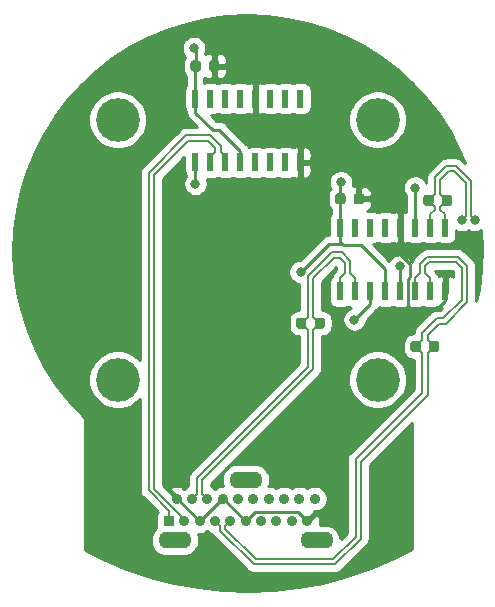
<source format=gbr>
%TF.GenerationSoftware,KiCad,Pcbnew,(5.1.12)-1*%
%TF.CreationDate,2021-11-30T21:21:33-06:00*%
%TF.ProjectId,MA710_encoder,4d413731-305f-4656-9e63-6f6465722e6b,rev?*%
%TF.SameCoordinates,Original*%
%TF.FileFunction,Copper,L1,Top*%
%TF.FilePolarity,Positive*%
%FSLAX46Y46*%
G04 Gerber Fmt 4.6, Leading zero omitted, Abs format (unit mm)*
G04 Created by KiCad (PCBNEW (5.1.12)-1) date 2021-11-30 21:21:33*
%MOMM*%
%LPD*%
G01*
G04 APERTURE LIST*
%TA.AperFunction,SMDPad,CuDef*%
%ADD10R,0.600000X1.500000*%
%TD*%
%TA.AperFunction,ComponentPad*%
%ADD11R,0.900000X0.900000*%
%TD*%
%TA.AperFunction,ComponentPad*%
%ADD12C,0.900000*%
%TD*%
%TA.AperFunction,ComponentPad*%
%ADD13O,2.800000X1.400000*%
%TD*%
%TA.AperFunction,ViaPad*%
%ADD14C,3.700000*%
%TD*%
%TA.AperFunction,ViaPad*%
%ADD15C,0.800000*%
%TD*%
%TA.AperFunction,Conductor*%
%ADD16C,0.250000*%
%TD*%
%TA.AperFunction,Conductor*%
%ADD17C,0.200000*%
%TD*%
%TA.AperFunction,Conductor*%
%ADD18C,0.254000*%
%TD*%
%TA.AperFunction,Conductor*%
%ADD19C,0.100000*%
%TD*%
G04 APERTURE END LIST*
D10*
%TO.P,U14,16*%
%TO.N,+3V3*%
X172339000Y-113632000D03*
%TO.P,U14,15*%
%TO.N,N/C*%
X173609000Y-113632000D03*
%TO.P,U14,14*%
X174879000Y-113632000D03*
%TO.P,U14,13*%
X176149000Y-113632000D03*
%TO.P,U14,12*%
%TO.N,GND*%
X177419000Y-113632000D03*
%TO.P,U14,11*%
%TO.N,SPI6_nSS*%
X178689000Y-113632000D03*
%TO.P,U14,10*%
%TO.N,SPI6_nSS_-*%
X179959000Y-113632000D03*
%TO.P,U14,9*%
%TO.N,SPI6_nSS_+*%
X181229000Y-113632000D03*
%TO.P,U14,8*%
%TO.N,GND*%
X181229000Y-119032000D03*
%TO.P,U14,7*%
%TO.N,SPI6_SCK_-*%
X179959000Y-119032000D03*
%TO.P,U14,6*%
%TO.N,SPI6_SCK_+*%
X178689000Y-119032000D03*
%TO.P,U14,5*%
%TO.N,SPI6_SCK*%
X177419000Y-119032000D03*
%TO.P,U14,4*%
%TO.N,+3V3*%
X176149000Y-119032000D03*
%TO.P,U14,3*%
%TO.N,SPI6_MOSI*%
X174879000Y-119032000D03*
%TO.P,U14,2*%
%TO.N,SPI6_MOSI_+*%
X173609000Y-119032000D03*
%TO.P,U14,1*%
%TO.N,SPI6_MOSI_-*%
X172339000Y-119032000D03*
%TD*%
%TO.P,U9,16*%
%TO.N,+3V3*%
X160083500Y-102710000D03*
%TO.P,U9,15*%
%TO.N,N/C*%
X161353500Y-102710000D03*
%TO.P,U9,14*%
X162623500Y-102710000D03*
%TO.P,U9,13*%
X163893500Y-102710000D03*
%TO.P,U9,12*%
%TO.N,GND*%
X165163500Y-102710000D03*
%TO.P,U9,11*%
%TO.N,N/C*%
X166433500Y-102710000D03*
%TO.P,U9,10*%
X167703500Y-102710000D03*
%TO.P,U9,9*%
X168973500Y-102710000D03*
%TO.P,U9,8*%
%TO.N,GND*%
X168973500Y-108110000D03*
%TO.P,U9,7*%
%TO.N,N/C*%
X167703500Y-108110000D03*
%TO.P,U9,6*%
X166433500Y-108110000D03*
%TO.P,U9,5*%
X165163500Y-108110000D03*
%TO.P,U9,4*%
%TO.N,+3V3*%
X163893500Y-108110000D03*
%TO.P,U9,3*%
%TO.N,SPI6_MISO_+*%
X162623500Y-108110000D03*
%TO.P,U9,2*%
%TO.N,SPI6_MISO_-*%
X161353500Y-108110000D03*
%TO.P,U9,1*%
%TO.N,SPI6_MISO*%
X160083500Y-108110000D03*
%TD*%
D11*
%TO.P,J4,1*%
%TO.N,SPI6_MISO_+*%
X157838000Y-138501000D03*
D12*
%TO.P,J4,2*%
%TO.N,GND*%
X158488000Y-136581000D03*
%TO.P,J4,3*%
%TO.N,SPI6_MISO_-*%
X159138000Y-138501000D03*
%TO.P,J4,4*%
%TO.N,SPI6_MOSI_+*%
X159788000Y-136581000D03*
%TO.P,J4,5*%
%TO.N,GND*%
X160438000Y-138501000D03*
%TO.P,J4,6*%
%TO.N,SPI6_MOSI_-*%
X161088000Y-136581000D03*
%TO.P,J4,7*%
%TO.N,SPI6_SCK_+*%
X161738000Y-138501000D03*
%TO.P,J4,8*%
%TO.N,GND*%
X162388000Y-136581000D03*
%TO.P,J4,9*%
%TO.N,SPI6_SCK_-*%
X163038000Y-138501000D03*
%TO.P,J4,10*%
%TO.N,SPI6_nSS_+*%
X163688000Y-136581000D03*
%TO.P,J4,11*%
%TO.N,GND*%
X164338000Y-138501000D03*
%TO.P,J4,12*%
%TO.N,SPI6_nSS_-*%
X164988000Y-136581000D03*
%TO.P,J4,13*%
%TO.N,N/C*%
X165638000Y-138501000D03*
%TO.P,J4,14*%
X166288000Y-136581000D03*
%TO.P,J4,15*%
X166938000Y-138501000D03*
%TO.P,J4,16*%
X167588000Y-136581000D03*
%TO.P,J4,17*%
X168238000Y-138501000D03*
%TO.P,J4,18*%
X168888000Y-136581000D03*
%TO.P,J4,19*%
%TO.N,GND*%
X169538000Y-138501000D03*
%TO.P,J4,20*%
%TO.N,+3V3*%
X170188000Y-136581000D03*
D13*
%TO.P,J4,SH3*%
%TO.N,N/C*%
X164338000Y-134961000D03*
%TO.P,J4,SH2*%
X170338000Y-140121000D03*
%TO.P,J4,SH1*%
X158338000Y-140121000D03*
%TD*%
%TO.P,R3,2*%
%TO.N,SPI6_nSS_-*%
%TA.AperFunction,SMDPad,CuDef*%
G36*
G01*
X180244000Y-111059250D02*
X180244000Y-111571750D01*
G75*
G02*
X180025250Y-111790500I-218750J0D01*
G01*
X179587750Y-111790500D01*
G75*
G02*
X179369000Y-111571750I0J218750D01*
G01*
X179369000Y-111059250D01*
G75*
G02*
X179587750Y-110840500I218750J0D01*
G01*
X180025250Y-110840500D01*
G75*
G02*
X180244000Y-111059250I0J-218750D01*
G01*
G37*
%TD.AperFunction*%
%TO.P,R3,1*%
%TO.N,SPI6_nSS_+*%
%TA.AperFunction,SMDPad,CuDef*%
G36*
G01*
X181819000Y-111059250D02*
X181819000Y-111571750D01*
G75*
G02*
X181600250Y-111790500I-218750J0D01*
G01*
X181162750Y-111790500D01*
G75*
G02*
X180944000Y-111571750I0J218750D01*
G01*
X180944000Y-111059250D01*
G75*
G02*
X181162750Y-110840500I218750J0D01*
G01*
X181600250Y-110840500D01*
G75*
G02*
X181819000Y-111059250I0J-218750D01*
G01*
G37*
%TD.AperFunction*%
%TD*%
%TO.P,R2,2*%
%TO.N,SPI6_SCK_-*%
%TA.AperFunction,SMDPad,CuDef*%
G36*
G01*
X179164500Y-123441750D02*
X179164500Y-123954250D01*
G75*
G02*
X178945750Y-124173000I-218750J0D01*
G01*
X178508250Y-124173000D01*
G75*
G02*
X178289500Y-123954250I0J218750D01*
G01*
X178289500Y-123441750D01*
G75*
G02*
X178508250Y-123223000I218750J0D01*
G01*
X178945750Y-123223000D01*
G75*
G02*
X179164500Y-123441750I0J-218750D01*
G01*
G37*
%TD.AperFunction*%
%TO.P,R2,1*%
%TO.N,SPI6_SCK_+*%
%TA.AperFunction,SMDPad,CuDef*%
G36*
G01*
X180739500Y-123441750D02*
X180739500Y-123954250D01*
G75*
G02*
X180520750Y-124173000I-218750J0D01*
G01*
X180083250Y-124173000D01*
G75*
G02*
X179864500Y-123954250I0J218750D01*
G01*
X179864500Y-123441750D01*
G75*
G02*
X180083250Y-123223000I218750J0D01*
G01*
X180520750Y-123223000D01*
G75*
G02*
X180739500Y-123441750I0J-218750D01*
G01*
G37*
%TD.AperFunction*%
%TD*%
%TO.P,R1,2*%
%TO.N,SPI6_MOSI_-*%
%TA.AperFunction,SMDPad,CuDef*%
G36*
G01*
X170174500Y-121985750D02*
X170174500Y-121473250D01*
G75*
G02*
X170393250Y-121254500I218750J0D01*
G01*
X170830750Y-121254500D01*
G75*
G02*
X171049500Y-121473250I0J-218750D01*
G01*
X171049500Y-121985750D01*
G75*
G02*
X170830750Y-122204500I-218750J0D01*
G01*
X170393250Y-122204500D01*
G75*
G02*
X170174500Y-121985750I0J218750D01*
G01*
G37*
%TD.AperFunction*%
%TO.P,R1,1*%
%TO.N,SPI6_MOSI_+*%
%TA.AperFunction,SMDPad,CuDef*%
G36*
G01*
X168599500Y-121985750D02*
X168599500Y-121473250D01*
G75*
G02*
X168818250Y-121254500I218750J0D01*
G01*
X169255750Y-121254500D01*
G75*
G02*
X169474500Y-121473250I0J-218750D01*
G01*
X169474500Y-121985750D01*
G75*
G02*
X169255750Y-122204500I-218750J0D01*
G01*
X168818250Y-122204500D01*
G75*
G02*
X168599500Y-121985750I0J218750D01*
G01*
G37*
%TD.AperFunction*%
%TD*%
%TO.P,C3,2*%
%TO.N,GND*%
%TA.AperFunction,SMDPad,CuDef*%
G36*
G01*
X173489000Y-111444750D02*
X173489000Y-110932250D01*
G75*
G02*
X173707750Y-110713500I218750J0D01*
G01*
X174145250Y-110713500D01*
G75*
G02*
X174364000Y-110932250I0J-218750D01*
G01*
X174364000Y-111444750D01*
G75*
G02*
X174145250Y-111663500I-218750J0D01*
G01*
X173707750Y-111663500D01*
G75*
G02*
X173489000Y-111444750I0J218750D01*
G01*
G37*
%TD.AperFunction*%
%TO.P,C3,1*%
%TO.N,+3V3*%
%TA.AperFunction,SMDPad,CuDef*%
G36*
G01*
X171914000Y-111444750D02*
X171914000Y-110932250D01*
G75*
G02*
X172132750Y-110713500I218750J0D01*
G01*
X172570250Y-110713500D01*
G75*
G02*
X172789000Y-110932250I0J-218750D01*
G01*
X172789000Y-111444750D01*
G75*
G02*
X172570250Y-111663500I-218750J0D01*
G01*
X172132750Y-111663500D01*
G75*
G02*
X171914000Y-111444750I0J218750D01*
G01*
G37*
%TD.AperFunction*%
%TD*%
%TO.P,C2,2*%
%TO.N,GND*%
%TA.AperFunction,SMDPad,CuDef*%
G36*
G01*
X161233500Y-100205250D02*
X161233500Y-99692750D01*
G75*
G02*
X161452250Y-99474000I218750J0D01*
G01*
X161889750Y-99474000D01*
G75*
G02*
X162108500Y-99692750I0J-218750D01*
G01*
X162108500Y-100205250D01*
G75*
G02*
X161889750Y-100424000I-218750J0D01*
G01*
X161452250Y-100424000D01*
G75*
G02*
X161233500Y-100205250I0J218750D01*
G01*
G37*
%TD.AperFunction*%
%TO.P,C2,1*%
%TO.N,+3V3*%
%TA.AperFunction,SMDPad,CuDef*%
G36*
G01*
X159658500Y-100205250D02*
X159658500Y-99692750D01*
G75*
G02*
X159877250Y-99474000I218750J0D01*
G01*
X160314750Y-99474000D01*
G75*
G02*
X160533500Y-99692750I0J-218750D01*
G01*
X160533500Y-100205250D01*
G75*
G02*
X160314750Y-100424000I-218750J0D01*
G01*
X159877250Y-100424000D01*
G75*
G02*
X159658500Y-100205250I0J218750D01*
G01*
G37*
%TD.AperFunction*%
%TD*%
D14*
%TO.N,*%
X175500000Y-104500000D03*
X175500000Y-126500000D03*
X153500000Y-126500000D03*
X153500000Y-104500000D03*
D15*
%TO.N,GND*%
X168148000Y-118364000D03*
X167259000Y-115252500D03*
%TO.N,+3V3*%
X159956500Y-98425000D03*
X172402500Y-109791500D03*
X168993767Y-117386460D03*
%TO.N,SPI6_nSS_-*%
X183722500Y-112966500D03*
%TO.N,SPI6_nSS_+*%
X182672500Y-112966500D03*
%TO.N,SPI6_MISO*%
X160083500Y-109918500D03*
%TO.N,SPI6_SCK*%
X177419000Y-116903500D03*
%TO.N,SPI6_nSS*%
X178689000Y-110236000D03*
%TO.N,SPI6_MOSI*%
X173545500Y-121412000D03*
%TD*%
D16*
%TO.N,GND*%
X161671000Y-99949000D02*
X164020500Y-99949000D01*
X165163500Y-101092000D02*
X165163500Y-102710000D01*
X164020500Y-99949000D02*
X165163500Y-101092000D01*
X168973500Y-108110000D02*
X168973500Y-106616500D01*
X168973500Y-106616500D02*
X167640000Y-105283000D01*
X167640000Y-105283000D02*
X165798500Y-105283000D01*
X165163500Y-104648000D02*
X165163500Y-102710000D01*
X165798500Y-105283000D02*
X165163500Y-104648000D01*
X181229000Y-119032000D02*
X181229000Y-119824500D01*
X181229000Y-119824500D02*
X180594000Y-120459500D01*
X178063999Y-118021999D02*
X178063999Y-121040999D01*
X178263992Y-117822006D02*
X178063999Y-118021999D01*
X178263992Y-116675490D02*
X178263992Y-117822006D01*
X177419000Y-115830498D02*
X178263992Y-116675490D01*
X177419000Y-113632000D02*
X177419000Y-115830498D01*
X162418000Y-136581000D02*
X162388000Y-136581000D01*
X164338000Y-138501000D02*
X162418000Y-136581000D01*
X162358000Y-136581000D02*
X162388000Y-136581000D01*
X160438000Y-138501000D02*
X162358000Y-136581000D01*
X158518000Y-136581000D02*
X158488000Y-136581000D01*
X160438000Y-138501000D02*
X158518000Y-136581000D01*
X168762999Y-137725999D02*
X169538000Y-138501000D01*
X165113001Y-137725999D02*
X168762999Y-137725999D01*
X164338000Y-138501000D02*
X165113001Y-137725999D01*
%TO.N,+3V3*%
X160083500Y-99961500D02*
X160096000Y-99949000D01*
X160083500Y-102710000D02*
X160083500Y-99961500D01*
X163893500Y-108110000D02*
X163893500Y-107124500D01*
X163893500Y-107124500D02*
X162115500Y-105346500D01*
X162115500Y-105346500D02*
X161544000Y-105346500D01*
X160083500Y-103886000D02*
X160083500Y-102710000D01*
X161544000Y-105346500D02*
X160083500Y-103886000D01*
X172339000Y-111201000D02*
X172351500Y-111188500D01*
X172339000Y-113632000D02*
X172339000Y-111201000D01*
X176149000Y-119032000D02*
X176149000Y-117157500D01*
X176149000Y-117157500D02*
X174117000Y-115125500D01*
X174117000Y-115125500D02*
X172656500Y-115125500D01*
X172339000Y-114808000D02*
X172339000Y-113632000D01*
X160096000Y-98564500D02*
X159956500Y-98425000D01*
X160096000Y-99949000D02*
X160096000Y-98564500D01*
X172351500Y-109842500D02*
X172402500Y-109791500D01*
X172351500Y-111188500D02*
X172351500Y-109842500D01*
X171381727Y-114998500D02*
X168993767Y-117386460D01*
X172529500Y-114998500D02*
X171381727Y-114998500D01*
X172656500Y-115125500D02*
X172529500Y-114998500D01*
X172529500Y-114998500D02*
X172339000Y-114808000D01*
D17*
%TO.N,SPI6_SCK_-*%
X179959000Y-117906999D02*
X179549000Y-117496999D01*
X179959000Y-119032000D02*
X179959000Y-117906999D01*
X179549000Y-117496999D02*
X179549000Y-116869700D01*
X179549000Y-116869700D02*
X179861700Y-116557000D01*
X179861700Y-116557000D02*
X182151800Y-116557000D01*
X182151800Y-116557000D02*
X182655000Y-117060200D01*
X182655000Y-117060200D02*
X182655000Y-119731300D01*
X178727000Y-123698000D02*
X179289500Y-123135500D01*
X179289500Y-123135500D02*
X179289500Y-122525300D01*
X179289500Y-122525300D02*
X180500800Y-121314000D01*
X181072300Y-121314000D02*
X182655000Y-119731300D01*
X180500800Y-121314000D02*
X181072300Y-121314000D01*
X173638000Y-139797300D02*
X171737800Y-141697500D01*
X179289500Y-127605300D02*
X173638000Y-133256800D01*
X178727000Y-123698000D02*
X179289500Y-124260500D01*
X173638000Y-133256800D02*
X173638000Y-139797300D01*
X171737800Y-141697500D02*
X165193200Y-141697500D01*
X179289500Y-124260500D02*
X179289500Y-127605300D01*
X163038000Y-138501000D02*
X162613000Y-138926000D01*
X162613000Y-139117300D02*
X165193200Y-141697500D01*
X162613000Y-138926000D02*
X162613000Y-139117300D01*
%TO.N,SPI6_nSS_-*%
X183722500Y-112966500D02*
X183422500Y-112666500D01*
X183422500Y-112666500D02*
X183422500Y-109698300D01*
X183422500Y-109698300D02*
X182147700Y-108423500D01*
X182147700Y-108423500D02*
X181326300Y-108423500D01*
X180369000Y-110753000D02*
X179806500Y-111315500D01*
X180369000Y-109380800D02*
X180369000Y-110753000D01*
X181326300Y-108423500D02*
X180369000Y-109380800D01*
X180369000Y-112096999D02*
X179959000Y-112506999D01*
X179959000Y-112506999D02*
X179959000Y-113632000D01*
X180369000Y-111878000D02*
X180369000Y-112096999D01*
X179806500Y-111315500D02*
X180369000Y-111878000D01*
%TO.N,SPI6_nSS_+*%
X182672500Y-112966500D02*
X182972500Y-112666500D01*
X182972500Y-112666500D02*
X182972500Y-109884700D01*
X182972500Y-109884700D02*
X181961300Y-108873500D01*
X181961300Y-108873500D02*
X181512700Y-108873500D01*
X180819000Y-109567200D02*
X180819000Y-110753000D01*
X180819000Y-110753000D02*
X181381500Y-111315500D01*
X181512700Y-108873500D02*
X180819000Y-109567200D01*
X181229000Y-112506999D02*
X181229000Y-113632000D01*
X180819000Y-112096999D02*
X181229000Y-112506999D01*
X180819000Y-111878000D02*
X180819000Y-112096999D01*
X181381500Y-111315500D02*
X180819000Y-111878000D01*
%TO.N,SPI6_MOSI_-*%
X160663000Y-136156000D02*
X161088000Y-136581000D01*
X170049500Y-125607200D02*
X160663000Y-134993700D01*
X170049500Y-122292000D02*
X170049500Y-125607200D01*
X160663000Y-134993700D02*
X160663000Y-136156000D01*
X170612000Y-121729500D02*
X170049500Y-122292000D01*
X170049500Y-121167000D02*
X170612000Y-121729500D01*
X170049500Y-117923700D02*
X170049500Y-121167000D01*
X171797200Y-116176000D02*
X170049500Y-117923700D01*
X172339000Y-117906999D02*
X172749000Y-117496999D01*
X172339000Y-119032000D02*
X172339000Y-117906999D01*
X172749000Y-117496999D02*
X172749000Y-116615700D01*
X172749000Y-116615700D02*
X172309300Y-116176000D01*
X172309300Y-116176000D02*
X171797200Y-116176000D01*
%TO.N,SPI6_SCK_+*%
X178689000Y-117906999D02*
X179099000Y-117496999D01*
X178689000Y-119032000D02*
X178689000Y-117906999D01*
X179099000Y-117496999D02*
X179099000Y-116683300D01*
X179099000Y-116683300D02*
X179675300Y-116107000D01*
X179675300Y-116107000D02*
X182338200Y-116107000D01*
X182338200Y-116107000D02*
X183105000Y-116873800D01*
X183105000Y-116873800D02*
X183105000Y-119917700D01*
X180302000Y-123698000D02*
X179739500Y-123135500D01*
X179739500Y-123135500D02*
X179739500Y-122711700D01*
X179739500Y-122711700D02*
X180687200Y-121764000D01*
X181258700Y-121764000D02*
X183105000Y-119917700D01*
X180687200Y-121764000D02*
X181258700Y-121764000D01*
X171924200Y-142147500D02*
X165006800Y-142147500D01*
X174088000Y-139983700D02*
X171924200Y-142147500D01*
X174088000Y-133443200D02*
X174088000Y-139983700D01*
X179739500Y-127791700D02*
X174088000Y-133443200D01*
X179739500Y-124260500D02*
X179739500Y-127791700D01*
X180302000Y-123698000D02*
X179739500Y-124260500D01*
X161738000Y-138501000D02*
X162163000Y-138926000D01*
X162163000Y-139303700D02*
X165006800Y-142147500D01*
X162163000Y-138926000D02*
X162163000Y-139303700D01*
%TO.N,SPI6_MOSI_+*%
X160213000Y-136156000D02*
X159788000Y-136581000D01*
X160213000Y-134807300D02*
X160213000Y-136156000D01*
X169599500Y-125420800D02*
X160213000Y-134807300D01*
X169599500Y-122292000D02*
X169599500Y-125420800D01*
X169037000Y-121729500D02*
X169599500Y-122292000D01*
X173609000Y-119032000D02*
X173609000Y-117906999D01*
X169599500Y-121167000D02*
X169037000Y-121729500D01*
X173199000Y-117496999D02*
X173199000Y-116429300D01*
X173199000Y-116429300D02*
X172495700Y-115726000D01*
X171610800Y-115726000D02*
X169599500Y-117737300D01*
X173609000Y-117906999D02*
X173199000Y-117496999D01*
X172495700Y-115726000D02*
X171610800Y-115726000D01*
X169599500Y-117737300D02*
X169599500Y-121167000D01*
%TO.N,SPI6_MISO_-*%
X161353500Y-107660000D02*
X161353500Y-108110000D01*
X161763500Y-107250000D02*
X161353500Y-107660000D01*
X161763500Y-106900200D02*
X161763500Y-107250000D01*
X161133300Y-106270000D02*
X161763500Y-106900200D01*
X159478200Y-106270000D02*
X161133300Y-106270000D01*
X156562000Y-109186200D02*
X159478200Y-106270000D01*
X159138000Y-138341002D02*
X156562000Y-135765002D01*
X156562000Y-135765002D02*
X156562000Y-109186200D01*
X159138000Y-138501000D02*
X159138000Y-138341002D01*
%TO.N,SPI6_MISO_+*%
X162623500Y-107660000D02*
X162623500Y-108110000D01*
X162213500Y-107250000D02*
X162623500Y-107660000D01*
X162213500Y-106713800D02*
X162213500Y-107250000D01*
X161319700Y-105820000D02*
X162213500Y-106713800D01*
X159291800Y-105820000D02*
X161319700Y-105820000D01*
X156112000Y-108999800D02*
X159291800Y-105820000D01*
X156112000Y-135880700D02*
X156112000Y-108999800D01*
X157838000Y-137606700D02*
X156112000Y-135880700D01*
X157838000Y-138501000D02*
X157838000Y-137606700D01*
D16*
%TO.N,SPI6_MISO*%
X160083500Y-109918500D02*
X160083500Y-108110000D01*
%TO.N,SPI6_SCK*%
X177419000Y-116903500D02*
X177419000Y-119032000D01*
%TO.N,SPI6_nSS*%
X178689000Y-110236000D02*
X178689000Y-113632000D01*
%TO.N,SPI6_MOSI*%
X174879000Y-120078500D02*
X174879000Y-119032000D01*
X173545500Y-121412000D02*
X174879000Y-120078500D01*
%TD*%
D18*
%TO.N,GND*%
X166127512Y-95727496D02*
X167844612Y-95944584D01*
X169536248Y-96310499D01*
X171189557Y-96822459D01*
X172791964Y-97476569D01*
X174331260Y-98267847D01*
X175795728Y-99190271D01*
X177174224Y-100236816D01*
X178456268Y-101399528D01*
X179632106Y-102669563D01*
X180692764Y-104037228D01*
X181630191Y-105492139D01*
X182437249Y-107023220D01*
X182908696Y-108145050D01*
X182692958Y-107929312D01*
X182669938Y-107901262D01*
X182558020Y-107809413D01*
X182430333Y-107741163D01*
X182291785Y-107699135D01*
X182183805Y-107688500D01*
X182147700Y-107684944D01*
X182111595Y-107688500D01*
X181362405Y-107688500D01*
X181326300Y-107684944D01*
X181182215Y-107699135D01*
X181043666Y-107741163D01*
X180973582Y-107778624D01*
X180915980Y-107809413D01*
X180804062Y-107901262D01*
X180781046Y-107929307D01*
X179874808Y-108835546D01*
X179846762Y-108858563D01*
X179754913Y-108970481D01*
X179686663Y-109098168D01*
X179663034Y-109176062D01*
X179644635Y-109236715D01*
X179630444Y-109380800D01*
X179634000Y-109416906D01*
X179634000Y-109812847D01*
X179606205Y-109745744D01*
X179492937Y-109576226D01*
X179348774Y-109432063D01*
X179179256Y-109318795D01*
X178990898Y-109240774D01*
X178790939Y-109201000D01*
X178587061Y-109201000D01*
X178387102Y-109240774D01*
X178198744Y-109318795D01*
X178029226Y-109432063D01*
X177885063Y-109576226D01*
X177771795Y-109745744D01*
X177693774Y-109934102D01*
X177654000Y-110134061D01*
X177654000Y-110337939D01*
X177693774Y-110537898D01*
X177771795Y-110726256D01*
X177885063Y-110895774D01*
X177929000Y-110939711D01*
X177929001Y-112282130D01*
X177843482Y-112256188D01*
X177719000Y-112243928D01*
X177704750Y-112247000D01*
X177546000Y-112405750D01*
X177546000Y-113505000D01*
X177566000Y-113505000D01*
X177566000Y-113759000D01*
X177546000Y-113759000D01*
X177546000Y-114858250D01*
X177704750Y-115017000D01*
X177719000Y-115020072D01*
X177843482Y-115007812D01*
X177963180Y-114971502D01*
X178054000Y-114922957D01*
X178144820Y-114971502D01*
X178264518Y-115007812D01*
X178389000Y-115020072D01*
X178989000Y-115020072D01*
X179113482Y-115007812D01*
X179233180Y-114971502D01*
X179324000Y-114922957D01*
X179414820Y-114971502D01*
X179534518Y-115007812D01*
X179659000Y-115020072D01*
X180259000Y-115020072D01*
X180383482Y-115007812D01*
X180503180Y-114971502D01*
X180594000Y-114922957D01*
X180684820Y-114971502D01*
X180804518Y-115007812D01*
X180929000Y-115020072D01*
X181529000Y-115020072D01*
X181653482Y-115007812D01*
X181773180Y-114971502D01*
X181883494Y-114912537D01*
X181980185Y-114833185D01*
X182059537Y-114736494D01*
X182118502Y-114626180D01*
X182154812Y-114506482D01*
X182167072Y-114382000D01*
X182167072Y-113873567D01*
X182182244Y-113883705D01*
X182370602Y-113961726D01*
X182570561Y-114001500D01*
X182774439Y-114001500D01*
X182974398Y-113961726D01*
X183162756Y-113883705D01*
X183197500Y-113860490D01*
X183232244Y-113883705D01*
X183420602Y-113961726D01*
X183620561Y-114001500D01*
X183824439Y-114001500D01*
X184024398Y-113961726D01*
X184212756Y-113883705D01*
X184263538Y-113849773D01*
X184339111Y-115398035D01*
X184272504Y-117127513D01*
X184055416Y-118844614D01*
X183840000Y-119840487D01*
X183840000Y-116909905D01*
X183843556Y-116873800D01*
X183829365Y-116729715D01*
X183820680Y-116701085D01*
X183787337Y-116591167D01*
X183719087Y-116463480D01*
X183661405Y-116393195D01*
X183650253Y-116379606D01*
X183650250Y-116379603D01*
X183627237Y-116351562D01*
X183599197Y-116328550D01*
X182883458Y-115612812D01*
X182860438Y-115584762D01*
X182748520Y-115492913D01*
X182620833Y-115424663D01*
X182482285Y-115382635D01*
X182374305Y-115372000D01*
X182338200Y-115368444D01*
X182302095Y-115372000D01*
X179711394Y-115372000D01*
X179675299Y-115368445D01*
X179639204Y-115372000D01*
X179639195Y-115372000D01*
X179531215Y-115382635D01*
X179392667Y-115424663D01*
X179264980Y-115492913D01*
X179153062Y-115584762D01*
X179130046Y-115612807D01*
X178604808Y-116138046D01*
X178576763Y-116161062D01*
X178484914Y-116272980D01*
X178449045Y-116340087D01*
X178416664Y-116400667D01*
X178380448Y-116520054D01*
X178336205Y-116413244D01*
X178222937Y-116243726D01*
X178078774Y-116099563D01*
X177909256Y-115986295D01*
X177720898Y-115908274D01*
X177520939Y-115868500D01*
X177317061Y-115868500D01*
X177117102Y-115908274D01*
X176928744Y-115986295D01*
X176759226Y-116099563D01*
X176615063Y-116243726D01*
X176501795Y-116413244D01*
X176495278Y-116428976D01*
X175086373Y-115020072D01*
X175179000Y-115020072D01*
X175303482Y-115007812D01*
X175423180Y-114971502D01*
X175514000Y-114922957D01*
X175604820Y-114971502D01*
X175724518Y-115007812D01*
X175849000Y-115020072D01*
X176449000Y-115020072D01*
X176573482Y-115007812D01*
X176693180Y-114971502D01*
X176784000Y-114922957D01*
X176874820Y-114971502D01*
X176994518Y-115007812D01*
X177119000Y-115020072D01*
X177133250Y-115017000D01*
X177292000Y-114858250D01*
X177292000Y-113759000D01*
X177272000Y-113759000D01*
X177272000Y-113505000D01*
X177292000Y-113505000D01*
X177292000Y-112405750D01*
X177133250Y-112247000D01*
X177119000Y-112243928D01*
X176994518Y-112256188D01*
X176874820Y-112292498D01*
X176784000Y-112341043D01*
X176693180Y-112292498D01*
X176573482Y-112256188D01*
X176449000Y-112243928D01*
X175849000Y-112243928D01*
X175724518Y-112256188D01*
X175604820Y-112292498D01*
X175514000Y-112341043D01*
X175423180Y-112292498D01*
X175303482Y-112256188D01*
X175179000Y-112243928D01*
X174625156Y-112243928D01*
X174718494Y-112194037D01*
X174815185Y-112114685D01*
X174894537Y-112017994D01*
X174953502Y-111907680D01*
X174989812Y-111787982D01*
X175002072Y-111663500D01*
X174999000Y-111474250D01*
X174840250Y-111315500D01*
X174053500Y-111315500D01*
X174053500Y-111335500D01*
X173799500Y-111335500D01*
X173799500Y-111315500D01*
X173779500Y-111315500D01*
X173779500Y-111061500D01*
X173799500Y-111061500D01*
X173799500Y-110237250D01*
X174053500Y-110237250D01*
X174053500Y-111061500D01*
X174840250Y-111061500D01*
X174999000Y-110902750D01*
X175002072Y-110713500D01*
X174989812Y-110589018D01*
X174953502Y-110469320D01*
X174894537Y-110359006D01*
X174815185Y-110262315D01*
X174718494Y-110182963D01*
X174608180Y-110123998D01*
X174488482Y-110087688D01*
X174364000Y-110075428D01*
X174212250Y-110078500D01*
X174053500Y-110237250D01*
X173799500Y-110237250D01*
X173640750Y-110078500D01*
X173489000Y-110075428D01*
X173399548Y-110084238D01*
X173437500Y-109893439D01*
X173437500Y-109689561D01*
X173397726Y-109489602D01*
X173319705Y-109301244D01*
X173206437Y-109131726D01*
X173062274Y-108987563D01*
X172892756Y-108874295D01*
X172704398Y-108796274D01*
X172504439Y-108756500D01*
X172300561Y-108756500D01*
X172100602Y-108796274D01*
X171912244Y-108874295D01*
X171742726Y-108987563D01*
X171598563Y-109131726D01*
X171485295Y-109301244D01*
X171407274Y-109489602D01*
X171367500Y-109689561D01*
X171367500Y-109893439D01*
X171407274Y-110093398D01*
X171485295Y-110281756D01*
X171520397Y-110334290D01*
X171420329Y-110456225D01*
X171341150Y-110604358D01*
X171292392Y-110765092D01*
X171275928Y-110932250D01*
X171275928Y-111444750D01*
X171292392Y-111611908D01*
X171341150Y-111772642D01*
X171420329Y-111920775D01*
X171526885Y-112050615D01*
X171579001Y-112093385D01*
X171579000Y-112441556D01*
X171508463Y-112527506D01*
X171449498Y-112637820D01*
X171413188Y-112757518D01*
X171400928Y-112882000D01*
X171400928Y-114236715D01*
X171381726Y-114234824D01*
X171344403Y-114238500D01*
X171344394Y-114238500D01*
X171232741Y-114249497D01*
X171089480Y-114292954D01*
X170957451Y-114363526D01*
X170957449Y-114363527D01*
X170957450Y-114363527D01*
X170870723Y-114434701D01*
X170870719Y-114434705D01*
X170841726Y-114458499D01*
X170817932Y-114487492D01*
X168953966Y-116351460D01*
X168891828Y-116351460D01*
X168691869Y-116391234D01*
X168503511Y-116469255D01*
X168333993Y-116582523D01*
X168189830Y-116726686D01*
X168076562Y-116896204D01*
X167998541Y-117084562D01*
X167958767Y-117284521D01*
X167958767Y-117488399D01*
X167998541Y-117688358D01*
X168076562Y-117876716D01*
X168189830Y-118046234D01*
X168333993Y-118190397D01*
X168503511Y-118303665D01*
X168691869Y-118381686D01*
X168864500Y-118416024D01*
X168864501Y-120616428D01*
X168818250Y-120616428D01*
X168651092Y-120632892D01*
X168490358Y-120681650D01*
X168342225Y-120760829D01*
X168212385Y-120867385D01*
X168105829Y-120997225D01*
X168026650Y-121145358D01*
X167977892Y-121306092D01*
X167961428Y-121473250D01*
X167961428Y-121985750D01*
X167977892Y-122152908D01*
X168026650Y-122313642D01*
X168105829Y-122461775D01*
X168212385Y-122591615D01*
X168342225Y-122698171D01*
X168490358Y-122777350D01*
X168651092Y-122826108D01*
X168818250Y-122842572D01*
X168864500Y-122842572D01*
X168864501Y-125116352D01*
X159718808Y-134262046D01*
X159690762Y-134285063D01*
X159598913Y-134396981D01*
X159530663Y-134524668D01*
X159512853Y-134583380D01*
X159488635Y-134663215D01*
X159474444Y-134807300D01*
X159478000Y-134843406D01*
X159478001Y-135536406D01*
X159471517Y-135537696D01*
X159274060Y-135619485D01*
X159096353Y-135738225D01*
X159044021Y-135790557D01*
X159021725Y-135630325D01*
X158826003Y-135544468D01*
X158617290Y-135498444D01*
X158403610Y-135494021D01*
X158193172Y-135531371D01*
X157994064Y-135609057D01*
X157954275Y-135630325D01*
X157925283Y-135838678D01*
X158488000Y-136401395D01*
X158502143Y-136387253D01*
X158681748Y-136566858D01*
X158667605Y-136581000D01*
X158681748Y-136595143D01*
X158556667Y-136720223D01*
X157297000Y-135460556D01*
X157297000Y-109490646D01*
X159145428Y-107642219D01*
X159145428Y-108860000D01*
X159157688Y-108984482D01*
X159193998Y-109104180D01*
X159252963Y-109214494D01*
X159284891Y-109253398D01*
X159279563Y-109258726D01*
X159166295Y-109428244D01*
X159088274Y-109616602D01*
X159048500Y-109816561D01*
X159048500Y-110020439D01*
X159088274Y-110220398D01*
X159166295Y-110408756D01*
X159279563Y-110578274D01*
X159423726Y-110722437D01*
X159593244Y-110835705D01*
X159781602Y-110913726D01*
X159981561Y-110953500D01*
X160185439Y-110953500D01*
X160385398Y-110913726D01*
X160573756Y-110835705D01*
X160743274Y-110722437D01*
X160887437Y-110578274D01*
X161000705Y-110408756D01*
X161078726Y-110220398D01*
X161118500Y-110020439D01*
X161118500Y-109816561D01*
X161078726Y-109616602D01*
X161028614Y-109495621D01*
X161053500Y-109498072D01*
X161653500Y-109498072D01*
X161777982Y-109485812D01*
X161897680Y-109449502D01*
X161988500Y-109400957D01*
X162079320Y-109449502D01*
X162199018Y-109485812D01*
X162323500Y-109498072D01*
X162923500Y-109498072D01*
X163047982Y-109485812D01*
X163167680Y-109449502D01*
X163258500Y-109400957D01*
X163349320Y-109449502D01*
X163469018Y-109485812D01*
X163593500Y-109498072D01*
X164193500Y-109498072D01*
X164317982Y-109485812D01*
X164437680Y-109449502D01*
X164528500Y-109400957D01*
X164619320Y-109449502D01*
X164739018Y-109485812D01*
X164863500Y-109498072D01*
X165463500Y-109498072D01*
X165587982Y-109485812D01*
X165707680Y-109449502D01*
X165798500Y-109400957D01*
X165889320Y-109449502D01*
X166009018Y-109485812D01*
X166133500Y-109498072D01*
X166733500Y-109498072D01*
X166857982Y-109485812D01*
X166977680Y-109449502D01*
X167068500Y-109400957D01*
X167159320Y-109449502D01*
X167279018Y-109485812D01*
X167403500Y-109498072D01*
X168003500Y-109498072D01*
X168127982Y-109485812D01*
X168247680Y-109449502D01*
X168338500Y-109400957D01*
X168429320Y-109449502D01*
X168549018Y-109485812D01*
X168673500Y-109498072D01*
X168687750Y-109495000D01*
X168846500Y-109336250D01*
X168846500Y-108237000D01*
X169100500Y-108237000D01*
X169100500Y-109336250D01*
X169259250Y-109495000D01*
X169273500Y-109498072D01*
X169397982Y-109485812D01*
X169517680Y-109449502D01*
X169627994Y-109390537D01*
X169724685Y-109311185D01*
X169804037Y-109214494D01*
X169863002Y-109104180D01*
X169899312Y-108984482D01*
X169911572Y-108860000D01*
X169908500Y-108395750D01*
X169749750Y-108237000D01*
X169100500Y-108237000D01*
X168846500Y-108237000D01*
X168826500Y-108237000D01*
X168826500Y-107983000D01*
X168846500Y-107983000D01*
X168846500Y-106883750D01*
X169100500Y-106883750D01*
X169100500Y-107983000D01*
X169749750Y-107983000D01*
X169908500Y-107824250D01*
X169911572Y-107360000D01*
X169899312Y-107235518D01*
X169863002Y-107115820D01*
X169804037Y-107005506D01*
X169724685Y-106908815D01*
X169627994Y-106829463D01*
X169517680Y-106770498D01*
X169397982Y-106734188D01*
X169273500Y-106721928D01*
X169259250Y-106725000D01*
X169100500Y-106883750D01*
X168846500Y-106883750D01*
X168687750Y-106725000D01*
X168673500Y-106721928D01*
X168549018Y-106734188D01*
X168429320Y-106770498D01*
X168338500Y-106819043D01*
X168247680Y-106770498D01*
X168127982Y-106734188D01*
X168003500Y-106721928D01*
X167403500Y-106721928D01*
X167279018Y-106734188D01*
X167159320Y-106770498D01*
X167068500Y-106819043D01*
X166977680Y-106770498D01*
X166857982Y-106734188D01*
X166733500Y-106721928D01*
X166133500Y-106721928D01*
X166009018Y-106734188D01*
X165889320Y-106770498D01*
X165798500Y-106819043D01*
X165707680Y-106770498D01*
X165587982Y-106734188D01*
X165463500Y-106721928D01*
X164863500Y-106721928D01*
X164739018Y-106734188D01*
X164619320Y-106770498D01*
X164577877Y-106792650D01*
X164528474Y-106700224D01*
X164433501Y-106584499D01*
X164404503Y-106560701D01*
X162679304Y-104835503D01*
X162655501Y-104806499D01*
X162539776Y-104711526D01*
X162407747Y-104640954D01*
X162264486Y-104597497D01*
X162152833Y-104586500D01*
X162152822Y-104586500D01*
X162115500Y-104582824D01*
X162078178Y-104586500D01*
X161858802Y-104586500D01*
X161527551Y-104255249D01*
X173015000Y-104255249D01*
X173015000Y-104744751D01*
X173110497Y-105224848D01*
X173297821Y-105677089D01*
X173569774Y-106084095D01*
X173915905Y-106430226D01*
X174322911Y-106702179D01*
X174775152Y-106889503D01*
X175255249Y-106985000D01*
X175744751Y-106985000D01*
X176224848Y-106889503D01*
X176677089Y-106702179D01*
X177084095Y-106430226D01*
X177430226Y-106084095D01*
X177702179Y-105677089D01*
X177889503Y-105224848D01*
X177985000Y-104744751D01*
X177985000Y-104255249D01*
X177889503Y-103775152D01*
X177702179Y-103322911D01*
X177430226Y-102915905D01*
X177084095Y-102569774D01*
X176677089Y-102297821D01*
X176224848Y-102110497D01*
X175744751Y-102015000D01*
X175255249Y-102015000D01*
X174775152Y-102110497D01*
X174322911Y-102297821D01*
X173915905Y-102569774D01*
X173569774Y-102915905D01*
X173297821Y-103322911D01*
X173110497Y-103775152D01*
X173015000Y-104255249D01*
X161527551Y-104255249D01*
X161370374Y-104098072D01*
X161653500Y-104098072D01*
X161777982Y-104085812D01*
X161897680Y-104049502D01*
X161988500Y-104000957D01*
X162079320Y-104049502D01*
X162199018Y-104085812D01*
X162323500Y-104098072D01*
X162923500Y-104098072D01*
X163047982Y-104085812D01*
X163167680Y-104049502D01*
X163258500Y-104000957D01*
X163349320Y-104049502D01*
X163469018Y-104085812D01*
X163593500Y-104098072D01*
X164193500Y-104098072D01*
X164317982Y-104085812D01*
X164437680Y-104049502D01*
X164528500Y-104000957D01*
X164619320Y-104049502D01*
X164739018Y-104085812D01*
X164863500Y-104098072D01*
X164877750Y-104095000D01*
X165036500Y-103936250D01*
X165036500Y-102837000D01*
X165016500Y-102837000D01*
X165016500Y-102583000D01*
X165036500Y-102583000D01*
X165036500Y-101483750D01*
X165290500Y-101483750D01*
X165290500Y-102583000D01*
X165310500Y-102583000D01*
X165310500Y-102837000D01*
X165290500Y-102837000D01*
X165290500Y-103936250D01*
X165449250Y-104095000D01*
X165463500Y-104098072D01*
X165587982Y-104085812D01*
X165707680Y-104049502D01*
X165798500Y-104000957D01*
X165889320Y-104049502D01*
X166009018Y-104085812D01*
X166133500Y-104098072D01*
X166733500Y-104098072D01*
X166857982Y-104085812D01*
X166977680Y-104049502D01*
X167068500Y-104000957D01*
X167159320Y-104049502D01*
X167279018Y-104085812D01*
X167403500Y-104098072D01*
X168003500Y-104098072D01*
X168127982Y-104085812D01*
X168247680Y-104049502D01*
X168338500Y-104000957D01*
X168429320Y-104049502D01*
X168549018Y-104085812D01*
X168673500Y-104098072D01*
X169273500Y-104098072D01*
X169397982Y-104085812D01*
X169517680Y-104049502D01*
X169627994Y-103990537D01*
X169724685Y-103911185D01*
X169804037Y-103814494D01*
X169863002Y-103704180D01*
X169899312Y-103584482D01*
X169911572Y-103460000D01*
X169911572Y-101960000D01*
X169899312Y-101835518D01*
X169863002Y-101715820D01*
X169804037Y-101605506D01*
X169724685Y-101508815D01*
X169627994Y-101429463D01*
X169517680Y-101370498D01*
X169397982Y-101334188D01*
X169273500Y-101321928D01*
X168673500Y-101321928D01*
X168549018Y-101334188D01*
X168429320Y-101370498D01*
X168338500Y-101419043D01*
X168247680Y-101370498D01*
X168127982Y-101334188D01*
X168003500Y-101321928D01*
X167403500Y-101321928D01*
X167279018Y-101334188D01*
X167159320Y-101370498D01*
X167068500Y-101419043D01*
X166977680Y-101370498D01*
X166857982Y-101334188D01*
X166733500Y-101321928D01*
X166133500Y-101321928D01*
X166009018Y-101334188D01*
X165889320Y-101370498D01*
X165798500Y-101419043D01*
X165707680Y-101370498D01*
X165587982Y-101334188D01*
X165463500Y-101321928D01*
X165449250Y-101325000D01*
X165290500Y-101483750D01*
X165036500Y-101483750D01*
X164877750Y-101325000D01*
X164863500Y-101321928D01*
X164739018Y-101334188D01*
X164619320Y-101370498D01*
X164528500Y-101419043D01*
X164437680Y-101370498D01*
X164317982Y-101334188D01*
X164193500Y-101321928D01*
X163593500Y-101321928D01*
X163469018Y-101334188D01*
X163349320Y-101370498D01*
X163258500Y-101419043D01*
X163167680Y-101370498D01*
X163047982Y-101334188D01*
X162923500Y-101321928D01*
X162323500Y-101321928D01*
X162199018Y-101334188D01*
X162079320Y-101370498D01*
X161988500Y-101419043D01*
X161897680Y-101370498D01*
X161777982Y-101334188D01*
X161653500Y-101321928D01*
X161053500Y-101321928D01*
X160929018Y-101334188D01*
X160843500Y-101360130D01*
X160843500Y-100925398D01*
X160879006Y-100954537D01*
X160989320Y-101013502D01*
X161109018Y-101049812D01*
X161233500Y-101062072D01*
X161385250Y-101059000D01*
X161544000Y-100900250D01*
X161544000Y-100076000D01*
X161798000Y-100076000D01*
X161798000Y-100900250D01*
X161956750Y-101059000D01*
X162108500Y-101062072D01*
X162232982Y-101049812D01*
X162352680Y-101013502D01*
X162462994Y-100954537D01*
X162559685Y-100875185D01*
X162639037Y-100778494D01*
X162698002Y-100668180D01*
X162734312Y-100548482D01*
X162746572Y-100424000D01*
X162743500Y-100234750D01*
X162584750Y-100076000D01*
X161798000Y-100076000D01*
X161544000Y-100076000D01*
X161524000Y-100076000D01*
X161524000Y-99822000D01*
X161544000Y-99822000D01*
X161544000Y-98997750D01*
X161798000Y-98997750D01*
X161798000Y-99822000D01*
X162584750Y-99822000D01*
X162743500Y-99663250D01*
X162746572Y-99474000D01*
X162734312Y-99349518D01*
X162698002Y-99229820D01*
X162639037Y-99119506D01*
X162559685Y-99022815D01*
X162462994Y-98943463D01*
X162352680Y-98884498D01*
X162232982Y-98848188D01*
X162108500Y-98835928D01*
X161956750Y-98839000D01*
X161798000Y-98997750D01*
X161544000Y-98997750D01*
X161385250Y-98839000D01*
X161233500Y-98835928D01*
X161109018Y-98848188D01*
X160989320Y-98884498D01*
X160879006Y-98943463D01*
X160856000Y-98962343D01*
X160856000Y-98941753D01*
X160873705Y-98915256D01*
X160951726Y-98726898D01*
X160991500Y-98526939D01*
X160991500Y-98323061D01*
X160951726Y-98123102D01*
X160873705Y-97934744D01*
X160760437Y-97765226D01*
X160616274Y-97621063D01*
X160446756Y-97507795D01*
X160258398Y-97429774D01*
X160058439Y-97390000D01*
X159854561Y-97390000D01*
X159654602Y-97429774D01*
X159466244Y-97507795D01*
X159296726Y-97621063D01*
X159152563Y-97765226D01*
X159039295Y-97934744D01*
X158961274Y-98123102D01*
X158921500Y-98323061D01*
X158921500Y-98526939D01*
X158961274Y-98726898D01*
X159039295Y-98915256D01*
X159152563Y-99084774D01*
X159218777Y-99150988D01*
X159164829Y-99216725D01*
X159085650Y-99364858D01*
X159036892Y-99525592D01*
X159020428Y-99692750D01*
X159020428Y-100205250D01*
X159036892Y-100372408D01*
X159085650Y-100533142D01*
X159164829Y-100681275D01*
X159271385Y-100811115D01*
X159323501Y-100853885D01*
X159323500Y-101519556D01*
X159252963Y-101605506D01*
X159193998Y-101715820D01*
X159157688Y-101835518D01*
X159145428Y-101960000D01*
X159145428Y-103460000D01*
X159157688Y-103584482D01*
X159193998Y-103704180D01*
X159252963Y-103814494D01*
X159320939Y-103897324D01*
X159323500Y-103923322D01*
X159323500Y-103923332D01*
X159334497Y-104034985D01*
X159377598Y-104177074D01*
X159377954Y-104178246D01*
X159448526Y-104310276D01*
X159454070Y-104317031D01*
X159543499Y-104426001D01*
X159572503Y-104449804D01*
X160207699Y-105085000D01*
X159327894Y-105085000D01*
X159291799Y-105081445D01*
X159255704Y-105085000D01*
X159255695Y-105085000D01*
X159147715Y-105095635D01*
X159009167Y-105137663D01*
X158881480Y-105205913D01*
X158769562Y-105297762D01*
X158746546Y-105325807D01*
X155617808Y-108454546D01*
X155589763Y-108477562D01*
X155497914Y-108589480D01*
X155435562Y-108706133D01*
X155429664Y-108717167D01*
X155387635Y-108855715D01*
X155373444Y-108999800D01*
X155377001Y-109035915D01*
X155377000Y-124862679D01*
X155084095Y-124569774D01*
X154677089Y-124297821D01*
X154224848Y-124110497D01*
X153744751Y-124015000D01*
X153255249Y-124015000D01*
X152775152Y-124110497D01*
X152322911Y-124297821D01*
X151915905Y-124569774D01*
X151569774Y-124915905D01*
X151297821Y-125322911D01*
X151110497Y-125775152D01*
X151015000Y-126255249D01*
X151015000Y-126744751D01*
X151110497Y-127224848D01*
X151297821Y-127677089D01*
X151569774Y-128084095D01*
X151915905Y-128430226D01*
X152322911Y-128702179D01*
X152775152Y-128889503D01*
X153255249Y-128985000D01*
X153744751Y-128985000D01*
X154224848Y-128889503D01*
X154677089Y-128702179D01*
X155084095Y-128430226D01*
X155377000Y-128137321D01*
X155377000Y-135844595D01*
X155373444Y-135880700D01*
X155387635Y-136024785D01*
X155394566Y-136047634D01*
X155429663Y-136163332D01*
X155497913Y-136291019D01*
X155589762Y-136402937D01*
X155617808Y-136425954D01*
X156871390Y-137679536D01*
X156857463Y-137696506D01*
X156798498Y-137806820D01*
X156762188Y-137926518D01*
X156749928Y-138051000D01*
X156749928Y-138951000D01*
X156762188Y-139075482D01*
X156771239Y-139105319D01*
X156689445Y-139172445D01*
X156522618Y-139375725D01*
X156398653Y-139607646D01*
X156322317Y-139859294D01*
X156296541Y-140121000D01*
X156322317Y-140382706D01*
X156398653Y-140634354D01*
X156522618Y-140866275D01*
X156689445Y-141069555D01*
X156892725Y-141236382D01*
X157124646Y-141360347D01*
X157376294Y-141436683D01*
X157572421Y-141456000D01*
X159103579Y-141456000D01*
X159299706Y-141436683D01*
X159551354Y-141360347D01*
X159783275Y-141236382D01*
X159986555Y-141069555D01*
X160153382Y-140866275D01*
X160277347Y-140634354D01*
X160353683Y-140382706D01*
X160379459Y-140121000D01*
X160353683Y-139859294D01*
X160277347Y-139607646D01*
X160258559Y-139572497D01*
X160308710Y-139583556D01*
X160522390Y-139587979D01*
X160732828Y-139550629D01*
X160931936Y-139472943D01*
X160971725Y-139451675D01*
X160994021Y-139291443D01*
X161046353Y-139343775D01*
X161224060Y-139462515D01*
X161421517Y-139544304D01*
X161470893Y-139554125D01*
X161480663Y-139586333D01*
X161548913Y-139714020D01*
X161640763Y-139825938D01*
X161668808Y-139848954D01*
X164461546Y-142641693D01*
X164484562Y-142669738D01*
X164558240Y-142730204D01*
X164596480Y-142761587D01*
X164724166Y-142829837D01*
X164862715Y-142871865D01*
X165006800Y-142886056D01*
X165042905Y-142882500D01*
X171888095Y-142882500D01*
X171924200Y-142886056D01*
X171960305Y-142882500D01*
X172068285Y-142871865D01*
X172206833Y-142829837D01*
X172334520Y-142761587D01*
X172446438Y-142669738D01*
X172469458Y-142641688D01*
X174582193Y-140528954D01*
X174610238Y-140505938D01*
X174702087Y-140394020D01*
X174770337Y-140266333D01*
X174812365Y-140127785D01*
X174823000Y-140019805D01*
X174823000Y-140019796D01*
X174826555Y-139983701D01*
X174823000Y-139947606D01*
X174823000Y-133747646D01*
X178409960Y-130160687D01*
X178408184Y-140819567D01*
X176862734Y-141621580D01*
X174916438Y-142456853D01*
X172914187Y-143147342D01*
X170866745Y-143689336D01*
X168785114Y-144079921D01*
X166680458Y-144317004D01*
X164564114Y-144399308D01*
X162447393Y-144326393D01*
X160341728Y-144098651D01*
X158258382Y-143717305D01*
X156208544Y-143184397D01*
X154203263Y-142502802D01*
X152253252Y-141676159D01*
X150711525Y-140884906D01*
X150739081Y-130039258D01*
X150729777Y-129942270D01*
X150692353Y-129817764D01*
X150631360Y-129702952D01*
X150549138Y-129602245D01*
X150533203Y-129589100D01*
X149367900Y-128330443D01*
X148307236Y-126962772D01*
X147369806Y-125507857D01*
X146562749Y-123976776D01*
X145892208Y-122381192D01*
X145363280Y-120733230D01*
X144979994Y-119045433D01*
X144745269Y-117330669D01*
X144660889Y-115601965D01*
X144727496Y-113872488D01*
X144944584Y-112155388D01*
X145310499Y-110463752D01*
X145822459Y-108810443D01*
X146476569Y-107208036D01*
X147267847Y-105668740D01*
X148158162Y-104255249D01*
X151015000Y-104255249D01*
X151015000Y-104744751D01*
X151110497Y-105224848D01*
X151297821Y-105677089D01*
X151569774Y-106084095D01*
X151915905Y-106430226D01*
X152322911Y-106702179D01*
X152775152Y-106889503D01*
X153255249Y-106985000D01*
X153744751Y-106985000D01*
X154224848Y-106889503D01*
X154677089Y-106702179D01*
X155084095Y-106430226D01*
X155430226Y-106084095D01*
X155702179Y-105677089D01*
X155889503Y-105224848D01*
X155985000Y-104744751D01*
X155985000Y-104255249D01*
X155889503Y-103775152D01*
X155702179Y-103322911D01*
X155430226Y-102915905D01*
X155084095Y-102569774D01*
X154677089Y-102297821D01*
X154224848Y-102110497D01*
X153744751Y-102015000D01*
X153255249Y-102015000D01*
X152775152Y-102110497D01*
X152322911Y-102297821D01*
X151915905Y-102569774D01*
X151569774Y-102915905D01*
X151297821Y-103322911D01*
X151110497Y-103775152D01*
X151015000Y-104255249D01*
X148158162Y-104255249D01*
X148190271Y-104204272D01*
X149236816Y-102825776D01*
X150399528Y-101543732D01*
X151669563Y-100367894D01*
X153037228Y-99307236D01*
X154492139Y-98369809D01*
X156023220Y-97562751D01*
X157618808Y-96892208D01*
X159266768Y-96363281D01*
X160954567Y-95979994D01*
X162669331Y-95745269D01*
X164398035Y-95660889D01*
X166127512Y-95727496D01*
%TA.AperFunction,Conductor*%
D19*
G36*
X166127512Y-95727496D02*
G01*
X167844612Y-95944584D01*
X169536248Y-96310499D01*
X171189557Y-96822459D01*
X172791964Y-97476569D01*
X174331260Y-98267847D01*
X175795728Y-99190271D01*
X177174224Y-100236816D01*
X178456268Y-101399528D01*
X179632106Y-102669563D01*
X180692764Y-104037228D01*
X181630191Y-105492139D01*
X182437249Y-107023220D01*
X182908696Y-108145050D01*
X182692958Y-107929312D01*
X182669938Y-107901262D01*
X182558020Y-107809413D01*
X182430333Y-107741163D01*
X182291785Y-107699135D01*
X182183805Y-107688500D01*
X182147700Y-107684944D01*
X182111595Y-107688500D01*
X181362405Y-107688500D01*
X181326300Y-107684944D01*
X181182215Y-107699135D01*
X181043666Y-107741163D01*
X180973582Y-107778624D01*
X180915980Y-107809413D01*
X180804062Y-107901262D01*
X180781046Y-107929307D01*
X179874808Y-108835546D01*
X179846762Y-108858563D01*
X179754913Y-108970481D01*
X179686663Y-109098168D01*
X179663034Y-109176062D01*
X179644635Y-109236715D01*
X179630444Y-109380800D01*
X179634000Y-109416906D01*
X179634000Y-109812847D01*
X179606205Y-109745744D01*
X179492937Y-109576226D01*
X179348774Y-109432063D01*
X179179256Y-109318795D01*
X178990898Y-109240774D01*
X178790939Y-109201000D01*
X178587061Y-109201000D01*
X178387102Y-109240774D01*
X178198744Y-109318795D01*
X178029226Y-109432063D01*
X177885063Y-109576226D01*
X177771795Y-109745744D01*
X177693774Y-109934102D01*
X177654000Y-110134061D01*
X177654000Y-110337939D01*
X177693774Y-110537898D01*
X177771795Y-110726256D01*
X177885063Y-110895774D01*
X177929000Y-110939711D01*
X177929001Y-112282130D01*
X177843482Y-112256188D01*
X177719000Y-112243928D01*
X177704750Y-112247000D01*
X177546000Y-112405750D01*
X177546000Y-113505000D01*
X177566000Y-113505000D01*
X177566000Y-113759000D01*
X177546000Y-113759000D01*
X177546000Y-114858250D01*
X177704750Y-115017000D01*
X177719000Y-115020072D01*
X177843482Y-115007812D01*
X177963180Y-114971502D01*
X178054000Y-114922957D01*
X178144820Y-114971502D01*
X178264518Y-115007812D01*
X178389000Y-115020072D01*
X178989000Y-115020072D01*
X179113482Y-115007812D01*
X179233180Y-114971502D01*
X179324000Y-114922957D01*
X179414820Y-114971502D01*
X179534518Y-115007812D01*
X179659000Y-115020072D01*
X180259000Y-115020072D01*
X180383482Y-115007812D01*
X180503180Y-114971502D01*
X180594000Y-114922957D01*
X180684820Y-114971502D01*
X180804518Y-115007812D01*
X180929000Y-115020072D01*
X181529000Y-115020072D01*
X181653482Y-115007812D01*
X181773180Y-114971502D01*
X181883494Y-114912537D01*
X181980185Y-114833185D01*
X182059537Y-114736494D01*
X182118502Y-114626180D01*
X182154812Y-114506482D01*
X182167072Y-114382000D01*
X182167072Y-113873567D01*
X182182244Y-113883705D01*
X182370602Y-113961726D01*
X182570561Y-114001500D01*
X182774439Y-114001500D01*
X182974398Y-113961726D01*
X183162756Y-113883705D01*
X183197500Y-113860490D01*
X183232244Y-113883705D01*
X183420602Y-113961726D01*
X183620561Y-114001500D01*
X183824439Y-114001500D01*
X184024398Y-113961726D01*
X184212756Y-113883705D01*
X184263538Y-113849773D01*
X184339111Y-115398035D01*
X184272504Y-117127513D01*
X184055416Y-118844614D01*
X183840000Y-119840487D01*
X183840000Y-116909905D01*
X183843556Y-116873800D01*
X183829365Y-116729715D01*
X183820680Y-116701085D01*
X183787337Y-116591167D01*
X183719087Y-116463480D01*
X183661405Y-116393195D01*
X183650253Y-116379606D01*
X183650250Y-116379603D01*
X183627237Y-116351562D01*
X183599197Y-116328550D01*
X182883458Y-115612812D01*
X182860438Y-115584762D01*
X182748520Y-115492913D01*
X182620833Y-115424663D01*
X182482285Y-115382635D01*
X182374305Y-115372000D01*
X182338200Y-115368444D01*
X182302095Y-115372000D01*
X179711394Y-115372000D01*
X179675299Y-115368445D01*
X179639204Y-115372000D01*
X179639195Y-115372000D01*
X179531215Y-115382635D01*
X179392667Y-115424663D01*
X179264980Y-115492913D01*
X179153062Y-115584762D01*
X179130046Y-115612807D01*
X178604808Y-116138046D01*
X178576763Y-116161062D01*
X178484914Y-116272980D01*
X178449045Y-116340087D01*
X178416664Y-116400667D01*
X178380448Y-116520054D01*
X178336205Y-116413244D01*
X178222937Y-116243726D01*
X178078774Y-116099563D01*
X177909256Y-115986295D01*
X177720898Y-115908274D01*
X177520939Y-115868500D01*
X177317061Y-115868500D01*
X177117102Y-115908274D01*
X176928744Y-115986295D01*
X176759226Y-116099563D01*
X176615063Y-116243726D01*
X176501795Y-116413244D01*
X176495278Y-116428976D01*
X175086373Y-115020072D01*
X175179000Y-115020072D01*
X175303482Y-115007812D01*
X175423180Y-114971502D01*
X175514000Y-114922957D01*
X175604820Y-114971502D01*
X175724518Y-115007812D01*
X175849000Y-115020072D01*
X176449000Y-115020072D01*
X176573482Y-115007812D01*
X176693180Y-114971502D01*
X176784000Y-114922957D01*
X176874820Y-114971502D01*
X176994518Y-115007812D01*
X177119000Y-115020072D01*
X177133250Y-115017000D01*
X177292000Y-114858250D01*
X177292000Y-113759000D01*
X177272000Y-113759000D01*
X177272000Y-113505000D01*
X177292000Y-113505000D01*
X177292000Y-112405750D01*
X177133250Y-112247000D01*
X177119000Y-112243928D01*
X176994518Y-112256188D01*
X176874820Y-112292498D01*
X176784000Y-112341043D01*
X176693180Y-112292498D01*
X176573482Y-112256188D01*
X176449000Y-112243928D01*
X175849000Y-112243928D01*
X175724518Y-112256188D01*
X175604820Y-112292498D01*
X175514000Y-112341043D01*
X175423180Y-112292498D01*
X175303482Y-112256188D01*
X175179000Y-112243928D01*
X174625156Y-112243928D01*
X174718494Y-112194037D01*
X174815185Y-112114685D01*
X174894537Y-112017994D01*
X174953502Y-111907680D01*
X174989812Y-111787982D01*
X175002072Y-111663500D01*
X174999000Y-111474250D01*
X174840250Y-111315500D01*
X174053500Y-111315500D01*
X174053500Y-111335500D01*
X173799500Y-111335500D01*
X173799500Y-111315500D01*
X173779500Y-111315500D01*
X173779500Y-111061500D01*
X173799500Y-111061500D01*
X173799500Y-110237250D01*
X174053500Y-110237250D01*
X174053500Y-111061500D01*
X174840250Y-111061500D01*
X174999000Y-110902750D01*
X175002072Y-110713500D01*
X174989812Y-110589018D01*
X174953502Y-110469320D01*
X174894537Y-110359006D01*
X174815185Y-110262315D01*
X174718494Y-110182963D01*
X174608180Y-110123998D01*
X174488482Y-110087688D01*
X174364000Y-110075428D01*
X174212250Y-110078500D01*
X174053500Y-110237250D01*
X173799500Y-110237250D01*
X173640750Y-110078500D01*
X173489000Y-110075428D01*
X173399548Y-110084238D01*
X173437500Y-109893439D01*
X173437500Y-109689561D01*
X173397726Y-109489602D01*
X173319705Y-109301244D01*
X173206437Y-109131726D01*
X173062274Y-108987563D01*
X172892756Y-108874295D01*
X172704398Y-108796274D01*
X172504439Y-108756500D01*
X172300561Y-108756500D01*
X172100602Y-108796274D01*
X171912244Y-108874295D01*
X171742726Y-108987563D01*
X171598563Y-109131726D01*
X171485295Y-109301244D01*
X171407274Y-109489602D01*
X171367500Y-109689561D01*
X171367500Y-109893439D01*
X171407274Y-110093398D01*
X171485295Y-110281756D01*
X171520397Y-110334290D01*
X171420329Y-110456225D01*
X171341150Y-110604358D01*
X171292392Y-110765092D01*
X171275928Y-110932250D01*
X171275928Y-111444750D01*
X171292392Y-111611908D01*
X171341150Y-111772642D01*
X171420329Y-111920775D01*
X171526885Y-112050615D01*
X171579001Y-112093385D01*
X171579000Y-112441556D01*
X171508463Y-112527506D01*
X171449498Y-112637820D01*
X171413188Y-112757518D01*
X171400928Y-112882000D01*
X171400928Y-114236715D01*
X171381726Y-114234824D01*
X171344403Y-114238500D01*
X171344394Y-114238500D01*
X171232741Y-114249497D01*
X171089480Y-114292954D01*
X170957451Y-114363526D01*
X170957449Y-114363527D01*
X170957450Y-114363527D01*
X170870723Y-114434701D01*
X170870719Y-114434705D01*
X170841726Y-114458499D01*
X170817932Y-114487492D01*
X168953966Y-116351460D01*
X168891828Y-116351460D01*
X168691869Y-116391234D01*
X168503511Y-116469255D01*
X168333993Y-116582523D01*
X168189830Y-116726686D01*
X168076562Y-116896204D01*
X167998541Y-117084562D01*
X167958767Y-117284521D01*
X167958767Y-117488399D01*
X167998541Y-117688358D01*
X168076562Y-117876716D01*
X168189830Y-118046234D01*
X168333993Y-118190397D01*
X168503511Y-118303665D01*
X168691869Y-118381686D01*
X168864500Y-118416024D01*
X168864501Y-120616428D01*
X168818250Y-120616428D01*
X168651092Y-120632892D01*
X168490358Y-120681650D01*
X168342225Y-120760829D01*
X168212385Y-120867385D01*
X168105829Y-120997225D01*
X168026650Y-121145358D01*
X167977892Y-121306092D01*
X167961428Y-121473250D01*
X167961428Y-121985750D01*
X167977892Y-122152908D01*
X168026650Y-122313642D01*
X168105829Y-122461775D01*
X168212385Y-122591615D01*
X168342225Y-122698171D01*
X168490358Y-122777350D01*
X168651092Y-122826108D01*
X168818250Y-122842572D01*
X168864500Y-122842572D01*
X168864501Y-125116352D01*
X159718808Y-134262046D01*
X159690762Y-134285063D01*
X159598913Y-134396981D01*
X159530663Y-134524668D01*
X159512853Y-134583380D01*
X159488635Y-134663215D01*
X159474444Y-134807300D01*
X159478000Y-134843406D01*
X159478001Y-135536406D01*
X159471517Y-135537696D01*
X159274060Y-135619485D01*
X159096353Y-135738225D01*
X159044021Y-135790557D01*
X159021725Y-135630325D01*
X158826003Y-135544468D01*
X158617290Y-135498444D01*
X158403610Y-135494021D01*
X158193172Y-135531371D01*
X157994064Y-135609057D01*
X157954275Y-135630325D01*
X157925283Y-135838678D01*
X158488000Y-136401395D01*
X158502143Y-136387253D01*
X158681748Y-136566858D01*
X158667605Y-136581000D01*
X158681748Y-136595143D01*
X158556667Y-136720223D01*
X157297000Y-135460556D01*
X157297000Y-109490646D01*
X159145428Y-107642219D01*
X159145428Y-108860000D01*
X159157688Y-108984482D01*
X159193998Y-109104180D01*
X159252963Y-109214494D01*
X159284891Y-109253398D01*
X159279563Y-109258726D01*
X159166295Y-109428244D01*
X159088274Y-109616602D01*
X159048500Y-109816561D01*
X159048500Y-110020439D01*
X159088274Y-110220398D01*
X159166295Y-110408756D01*
X159279563Y-110578274D01*
X159423726Y-110722437D01*
X159593244Y-110835705D01*
X159781602Y-110913726D01*
X159981561Y-110953500D01*
X160185439Y-110953500D01*
X160385398Y-110913726D01*
X160573756Y-110835705D01*
X160743274Y-110722437D01*
X160887437Y-110578274D01*
X161000705Y-110408756D01*
X161078726Y-110220398D01*
X161118500Y-110020439D01*
X161118500Y-109816561D01*
X161078726Y-109616602D01*
X161028614Y-109495621D01*
X161053500Y-109498072D01*
X161653500Y-109498072D01*
X161777982Y-109485812D01*
X161897680Y-109449502D01*
X161988500Y-109400957D01*
X162079320Y-109449502D01*
X162199018Y-109485812D01*
X162323500Y-109498072D01*
X162923500Y-109498072D01*
X163047982Y-109485812D01*
X163167680Y-109449502D01*
X163258500Y-109400957D01*
X163349320Y-109449502D01*
X163469018Y-109485812D01*
X163593500Y-109498072D01*
X164193500Y-109498072D01*
X164317982Y-109485812D01*
X164437680Y-109449502D01*
X164528500Y-109400957D01*
X164619320Y-109449502D01*
X164739018Y-109485812D01*
X164863500Y-109498072D01*
X165463500Y-109498072D01*
X165587982Y-109485812D01*
X165707680Y-109449502D01*
X165798500Y-109400957D01*
X165889320Y-109449502D01*
X166009018Y-109485812D01*
X166133500Y-109498072D01*
X166733500Y-109498072D01*
X166857982Y-109485812D01*
X166977680Y-109449502D01*
X167068500Y-109400957D01*
X167159320Y-109449502D01*
X167279018Y-109485812D01*
X167403500Y-109498072D01*
X168003500Y-109498072D01*
X168127982Y-109485812D01*
X168247680Y-109449502D01*
X168338500Y-109400957D01*
X168429320Y-109449502D01*
X168549018Y-109485812D01*
X168673500Y-109498072D01*
X168687750Y-109495000D01*
X168846500Y-109336250D01*
X168846500Y-108237000D01*
X169100500Y-108237000D01*
X169100500Y-109336250D01*
X169259250Y-109495000D01*
X169273500Y-109498072D01*
X169397982Y-109485812D01*
X169517680Y-109449502D01*
X169627994Y-109390537D01*
X169724685Y-109311185D01*
X169804037Y-109214494D01*
X169863002Y-109104180D01*
X169899312Y-108984482D01*
X169911572Y-108860000D01*
X169908500Y-108395750D01*
X169749750Y-108237000D01*
X169100500Y-108237000D01*
X168846500Y-108237000D01*
X168826500Y-108237000D01*
X168826500Y-107983000D01*
X168846500Y-107983000D01*
X168846500Y-106883750D01*
X169100500Y-106883750D01*
X169100500Y-107983000D01*
X169749750Y-107983000D01*
X169908500Y-107824250D01*
X169911572Y-107360000D01*
X169899312Y-107235518D01*
X169863002Y-107115820D01*
X169804037Y-107005506D01*
X169724685Y-106908815D01*
X169627994Y-106829463D01*
X169517680Y-106770498D01*
X169397982Y-106734188D01*
X169273500Y-106721928D01*
X169259250Y-106725000D01*
X169100500Y-106883750D01*
X168846500Y-106883750D01*
X168687750Y-106725000D01*
X168673500Y-106721928D01*
X168549018Y-106734188D01*
X168429320Y-106770498D01*
X168338500Y-106819043D01*
X168247680Y-106770498D01*
X168127982Y-106734188D01*
X168003500Y-106721928D01*
X167403500Y-106721928D01*
X167279018Y-106734188D01*
X167159320Y-106770498D01*
X167068500Y-106819043D01*
X166977680Y-106770498D01*
X166857982Y-106734188D01*
X166733500Y-106721928D01*
X166133500Y-106721928D01*
X166009018Y-106734188D01*
X165889320Y-106770498D01*
X165798500Y-106819043D01*
X165707680Y-106770498D01*
X165587982Y-106734188D01*
X165463500Y-106721928D01*
X164863500Y-106721928D01*
X164739018Y-106734188D01*
X164619320Y-106770498D01*
X164577877Y-106792650D01*
X164528474Y-106700224D01*
X164433501Y-106584499D01*
X164404503Y-106560701D01*
X162679304Y-104835503D01*
X162655501Y-104806499D01*
X162539776Y-104711526D01*
X162407747Y-104640954D01*
X162264486Y-104597497D01*
X162152833Y-104586500D01*
X162152822Y-104586500D01*
X162115500Y-104582824D01*
X162078178Y-104586500D01*
X161858802Y-104586500D01*
X161527551Y-104255249D01*
X173015000Y-104255249D01*
X173015000Y-104744751D01*
X173110497Y-105224848D01*
X173297821Y-105677089D01*
X173569774Y-106084095D01*
X173915905Y-106430226D01*
X174322911Y-106702179D01*
X174775152Y-106889503D01*
X175255249Y-106985000D01*
X175744751Y-106985000D01*
X176224848Y-106889503D01*
X176677089Y-106702179D01*
X177084095Y-106430226D01*
X177430226Y-106084095D01*
X177702179Y-105677089D01*
X177889503Y-105224848D01*
X177985000Y-104744751D01*
X177985000Y-104255249D01*
X177889503Y-103775152D01*
X177702179Y-103322911D01*
X177430226Y-102915905D01*
X177084095Y-102569774D01*
X176677089Y-102297821D01*
X176224848Y-102110497D01*
X175744751Y-102015000D01*
X175255249Y-102015000D01*
X174775152Y-102110497D01*
X174322911Y-102297821D01*
X173915905Y-102569774D01*
X173569774Y-102915905D01*
X173297821Y-103322911D01*
X173110497Y-103775152D01*
X173015000Y-104255249D01*
X161527551Y-104255249D01*
X161370374Y-104098072D01*
X161653500Y-104098072D01*
X161777982Y-104085812D01*
X161897680Y-104049502D01*
X161988500Y-104000957D01*
X162079320Y-104049502D01*
X162199018Y-104085812D01*
X162323500Y-104098072D01*
X162923500Y-104098072D01*
X163047982Y-104085812D01*
X163167680Y-104049502D01*
X163258500Y-104000957D01*
X163349320Y-104049502D01*
X163469018Y-104085812D01*
X163593500Y-104098072D01*
X164193500Y-104098072D01*
X164317982Y-104085812D01*
X164437680Y-104049502D01*
X164528500Y-104000957D01*
X164619320Y-104049502D01*
X164739018Y-104085812D01*
X164863500Y-104098072D01*
X164877750Y-104095000D01*
X165036500Y-103936250D01*
X165036500Y-102837000D01*
X165016500Y-102837000D01*
X165016500Y-102583000D01*
X165036500Y-102583000D01*
X165036500Y-101483750D01*
X165290500Y-101483750D01*
X165290500Y-102583000D01*
X165310500Y-102583000D01*
X165310500Y-102837000D01*
X165290500Y-102837000D01*
X165290500Y-103936250D01*
X165449250Y-104095000D01*
X165463500Y-104098072D01*
X165587982Y-104085812D01*
X165707680Y-104049502D01*
X165798500Y-104000957D01*
X165889320Y-104049502D01*
X166009018Y-104085812D01*
X166133500Y-104098072D01*
X166733500Y-104098072D01*
X166857982Y-104085812D01*
X166977680Y-104049502D01*
X167068500Y-104000957D01*
X167159320Y-104049502D01*
X167279018Y-104085812D01*
X167403500Y-104098072D01*
X168003500Y-104098072D01*
X168127982Y-104085812D01*
X168247680Y-104049502D01*
X168338500Y-104000957D01*
X168429320Y-104049502D01*
X168549018Y-104085812D01*
X168673500Y-104098072D01*
X169273500Y-104098072D01*
X169397982Y-104085812D01*
X169517680Y-104049502D01*
X169627994Y-103990537D01*
X169724685Y-103911185D01*
X169804037Y-103814494D01*
X169863002Y-103704180D01*
X169899312Y-103584482D01*
X169911572Y-103460000D01*
X169911572Y-101960000D01*
X169899312Y-101835518D01*
X169863002Y-101715820D01*
X169804037Y-101605506D01*
X169724685Y-101508815D01*
X169627994Y-101429463D01*
X169517680Y-101370498D01*
X169397982Y-101334188D01*
X169273500Y-101321928D01*
X168673500Y-101321928D01*
X168549018Y-101334188D01*
X168429320Y-101370498D01*
X168338500Y-101419043D01*
X168247680Y-101370498D01*
X168127982Y-101334188D01*
X168003500Y-101321928D01*
X167403500Y-101321928D01*
X167279018Y-101334188D01*
X167159320Y-101370498D01*
X167068500Y-101419043D01*
X166977680Y-101370498D01*
X166857982Y-101334188D01*
X166733500Y-101321928D01*
X166133500Y-101321928D01*
X166009018Y-101334188D01*
X165889320Y-101370498D01*
X165798500Y-101419043D01*
X165707680Y-101370498D01*
X165587982Y-101334188D01*
X165463500Y-101321928D01*
X165449250Y-101325000D01*
X165290500Y-101483750D01*
X165036500Y-101483750D01*
X164877750Y-101325000D01*
X164863500Y-101321928D01*
X164739018Y-101334188D01*
X164619320Y-101370498D01*
X164528500Y-101419043D01*
X164437680Y-101370498D01*
X164317982Y-101334188D01*
X164193500Y-101321928D01*
X163593500Y-101321928D01*
X163469018Y-101334188D01*
X163349320Y-101370498D01*
X163258500Y-101419043D01*
X163167680Y-101370498D01*
X163047982Y-101334188D01*
X162923500Y-101321928D01*
X162323500Y-101321928D01*
X162199018Y-101334188D01*
X162079320Y-101370498D01*
X161988500Y-101419043D01*
X161897680Y-101370498D01*
X161777982Y-101334188D01*
X161653500Y-101321928D01*
X161053500Y-101321928D01*
X160929018Y-101334188D01*
X160843500Y-101360130D01*
X160843500Y-100925398D01*
X160879006Y-100954537D01*
X160989320Y-101013502D01*
X161109018Y-101049812D01*
X161233500Y-101062072D01*
X161385250Y-101059000D01*
X161544000Y-100900250D01*
X161544000Y-100076000D01*
X161798000Y-100076000D01*
X161798000Y-100900250D01*
X161956750Y-101059000D01*
X162108500Y-101062072D01*
X162232982Y-101049812D01*
X162352680Y-101013502D01*
X162462994Y-100954537D01*
X162559685Y-100875185D01*
X162639037Y-100778494D01*
X162698002Y-100668180D01*
X162734312Y-100548482D01*
X162746572Y-100424000D01*
X162743500Y-100234750D01*
X162584750Y-100076000D01*
X161798000Y-100076000D01*
X161544000Y-100076000D01*
X161524000Y-100076000D01*
X161524000Y-99822000D01*
X161544000Y-99822000D01*
X161544000Y-98997750D01*
X161798000Y-98997750D01*
X161798000Y-99822000D01*
X162584750Y-99822000D01*
X162743500Y-99663250D01*
X162746572Y-99474000D01*
X162734312Y-99349518D01*
X162698002Y-99229820D01*
X162639037Y-99119506D01*
X162559685Y-99022815D01*
X162462994Y-98943463D01*
X162352680Y-98884498D01*
X162232982Y-98848188D01*
X162108500Y-98835928D01*
X161956750Y-98839000D01*
X161798000Y-98997750D01*
X161544000Y-98997750D01*
X161385250Y-98839000D01*
X161233500Y-98835928D01*
X161109018Y-98848188D01*
X160989320Y-98884498D01*
X160879006Y-98943463D01*
X160856000Y-98962343D01*
X160856000Y-98941753D01*
X160873705Y-98915256D01*
X160951726Y-98726898D01*
X160991500Y-98526939D01*
X160991500Y-98323061D01*
X160951726Y-98123102D01*
X160873705Y-97934744D01*
X160760437Y-97765226D01*
X160616274Y-97621063D01*
X160446756Y-97507795D01*
X160258398Y-97429774D01*
X160058439Y-97390000D01*
X159854561Y-97390000D01*
X159654602Y-97429774D01*
X159466244Y-97507795D01*
X159296726Y-97621063D01*
X159152563Y-97765226D01*
X159039295Y-97934744D01*
X158961274Y-98123102D01*
X158921500Y-98323061D01*
X158921500Y-98526939D01*
X158961274Y-98726898D01*
X159039295Y-98915256D01*
X159152563Y-99084774D01*
X159218777Y-99150988D01*
X159164829Y-99216725D01*
X159085650Y-99364858D01*
X159036892Y-99525592D01*
X159020428Y-99692750D01*
X159020428Y-100205250D01*
X159036892Y-100372408D01*
X159085650Y-100533142D01*
X159164829Y-100681275D01*
X159271385Y-100811115D01*
X159323501Y-100853885D01*
X159323500Y-101519556D01*
X159252963Y-101605506D01*
X159193998Y-101715820D01*
X159157688Y-101835518D01*
X159145428Y-101960000D01*
X159145428Y-103460000D01*
X159157688Y-103584482D01*
X159193998Y-103704180D01*
X159252963Y-103814494D01*
X159320939Y-103897324D01*
X159323500Y-103923322D01*
X159323500Y-103923332D01*
X159334497Y-104034985D01*
X159377598Y-104177074D01*
X159377954Y-104178246D01*
X159448526Y-104310276D01*
X159454070Y-104317031D01*
X159543499Y-104426001D01*
X159572503Y-104449804D01*
X160207699Y-105085000D01*
X159327894Y-105085000D01*
X159291799Y-105081445D01*
X159255704Y-105085000D01*
X159255695Y-105085000D01*
X159147715Y-105095635D01*
X159009167Y-105137663D01*
X158881480Y-105205913D01*
X158769562Y-105297762D01*
X158746546Y-105325807D01*
X155617808Y-108454546D01*
X155589763Y-108477562D01*
X155497914Y-108589480D01*
X155435562Y-108706133D01*
X155429664Y-108717167D01*
X155387635Y-108855715D01*
X155373444Y-108999800D01*
X155377001Y-109035915D01*
X155377000Y-124862679D01*
X155084095Y-124569774D01*
X154677089Y-124297821D01*
X154224848Y-124110497D01*
X153744751Y-124015000D01*
X153255249Y-124015000D01*
X152775152Y-124110497D01*
X152322911Y-124297821D01*
X151915905Y-124569774D01*
X151569774Y-124915905D01*
X151297821Y-125322911D01*
X151110497Y-125775152D01*
X151015000Y-126255249D01*
X151015000Y-126744751D01*
X151110497Y-127224848D01*
X151297821Y-127677089D01*
X151569774Y-128084095D01*
X151915905Y-128430226D01*
X152322911Y-128702179D01*
X152775152Y-128889503D01*
X153255249Y-128985000D01*
X153744751Y-128985000D01*
X154224848Y-128889503D01*
X154677089Y-128702179D01*
X155084095Y-128430226D01*
X155377000Y-128137321D01*
X155377000Y-135844595D01*
X155373444Y-135880700D01*
X155387635Y-136024785D01*
X155394566Y-136047634D01*
X155429663Y-136163332D01*
X155497913Y-136291019D01*
X155589762Y-136402937D01*
X155617808Y-136425954D01*
X156871390Y-137679536D01*
X156857463Y-137696506D01*
X156798498Y-137806820D01*
X156762188Y-137926518D01*
X156749928Y-138051000D01*
X156749928Y-138951000D01*
X156762188Y-139075482D01*
X156771239Y-139105319D01*
X156689445Y-139172445D01*
X156522618Y-139375725D01*
X156398653Y-139607646D01*
X156322317Y-139859294D01*
X156296541Y-140121000D01*
X156322317Y-140382706D01*
X156398653Y-140634354D01*
X156522618Y-140866275D01*
X156689445Y-141069555D01*
X156892725Y-141236382D01*
X157124646Y-141360347D01*
X157376294Y-141436683D01*
X157572421Y-141456000D01*
X159103579Y-141456000D01*
X159299706Y-141436683D01*
X159551354Y-141360347D01*
X159783275Y-141236382D01*
X159986555Y-141069555D01*
X160153382Y-140866275D01*
X160277347Y-140634354D01*
X160353683Y-140382706D01*
X160379459Y-140121000D01*
X160353683Y-139859294D01*
X160277347Y-139607646D01*
X160258559Y-139572497D01*
X160308710Y-139583556D01*
X160522390Y-139587979D01*
X160732828Y-139550629D01*
X160931936Y-139472943D01*
X160971725Y-139451675D01*
X160994021Y-139291443D01*
X161046353Y-139343775D01*
X161224060Y-139462515D01*
X161421517Y-139544304D01*
X161470893Y-139554125D01*
X161480663Y-139586333D01*
X161548913Y-139714020D01*
X161640763Y-139825938D01*
X161668808Y-139848954D01*
X164461546Y-142641693D01*
X164484562Y-142669738D01*
X164558240Y-142730204D01*
X164596480Y-142761587D01*
X164724166Y-142829837D01*
X164862715Y-142871865D01*
X165006800Y-142886056D01*
X165042905Y-142882500D01*
X171888095Y-142882500D01*
X171924200Y-142886056D01*
X171960305Y-142882500D01*
X172068285Y-142871865D01*
X172206833Y-142829837D01*
X172334520Y-142761587D01*
X172446438Y-142669738D01*
X172469458Y-142641688D01*
X174582193Y-140528954D01*
X174610238Y-140505938D01*
X174702087Y-140394020D01*
X174770337Y-140266333D01*
X174812365Y-140127785D01*
X174823000Y-140019805D01*
X174823000Y-140019796D01*
X174826555Y-139983701D01*
X174823000Y-139947606D01*
X174823000Y-133747646D01*
X178409960Y-130160687D01*
X178408184Y-140819567D01*
X176862734Y-141621580D01*
X174916438Y-142456853D01*
X172914187Y-143147342D01*
X170866745Y-143689336D01*
X168785114Y-144079921D01*
X166680458Y-144317004D01*
X164564114Y-144399308D01*
X162447393Y-144326393D01*
X160341728Y-144098651D01*
X158258382Y-143717305D01*
X156208544Y-143184397D01*
X154203263Y-142502802D01*
X152253252Y-141676159D01*
X150711525Y-140884906D01*
X150739081Y-130039258D01*
X150729777Y-129942270D01*
X150692353Y-129817764D01*
X150631360Y-129702952D01*
X150549138Y-129602245D01*
X150533203Y-129589100D01*
X149367900Y-128330443D01*
X148307236Y-126962772D01*
X147369806Y-125507857D01*
X146562749Y-123976776D01*
X145892208Y-122381192D01*
X145363280Y-120733230D01*
X144979994Y-119045433D01*
X144745269Y-117330669D01*
X144660889Y-115601965D01*
X144727496Y-113872488D01*
X144944584Y-112155388D01*
X145310499Y-110463752D01*
X145822459Y-108810443D01*
X146476569Y-107208036D01*
X147267847Y-105668740D01*
X148158162Y-104255249D01*
X151015000Y-104255249D01*
X151015000Y-104744751D01*
X151110497Y-105224848D01*
X151297821Y-105677089D01*
X151569774Y-106084095D01*
X151915905Y-106430226D01*
X152322911Y-106702179D01*
X152775152Y-106889503D01*
X153255249Y-106985000D01*
X153744751Y-106985000D01*
X154224848Y-106889503D01*
X154677089Y-106702179D01*
X155084095Y-106430226D01*
X155430226Y-106084095D01*
X155702179Y-105677089D01*
X155889503Y-105224848D01*
X155985000Y-104744751D01*
X155985000Y-104255249D01*
X155889503Y-103775152D01*
X155702179Y-103322911D01*
X155430226Y-102915905D01*
X155084095Y-102569774D01*
X154677089Y-102297821D01*
X154224848Y-102110497D01*
X153744751Y-102015000D01*
X153255249Y-102015000D01*
X152775152Y-102110497D01*
X152322911Y-102297821D01*
X151915905Y-102569774D01*
X151569774Y-102915905D01*
X151297821Y-103322911D01*
X151110497Y-103775152D01*
X151015000Y-104255249D01*
X148158162Y-104255249D01*
X148190271Y-104204272D01*
X149236816Y-102825776D01*
X150399528Y-101543732D01*
X151669563Y-100367894D01*
X153037228Y-99307236D01*
X154492139Y-98369809D01*
X156023220Y-97562751D01*
X157618808Y-96892208D01*
X159266768Y-96363281D01*
X160954567Y-95979994D01*
X162669331Y-95745269D01*
X164398035Y-95660889D01*
X166127512Y-95727496D01*
G37*
%TD.AperFunction*%
D18*
X172014000Y-117192553D02*
X171844808Y-117361745D01*
X171816763Y-117384761D01*
X171724914Y-117496679D01*
X171656665Y-117624365D01*
X171656664Y-117624366D01*
X171614635Y-117762914D01*
X171609718Y-117812840D01*
X171587815Y-117830815D01*
X171508463Y-117927506D01*
X171449498Y-118037820D01*
X171413188Y-118157518D01*
X171400928Y-118282000D01*
X171400928Y-119782000D01*
X171413188Y-119906482D01*
X171449498Y-120026180D01*
X171508463Y-120136494D01*
X171587815Y-120233185D01*
X171684506Y-120312537D01*
X171794820Y-120371502D01*
X171914518Y-120407812D01*
X172039000Y-120420072D01*
X172639000Y-120420072D01*
X172763482Y-120407812D01*
X172883180Y-120371502D01*
X172974000Y-120322957D01*
X173064820Y-120371502D01*
X173184518Y-120407812D01*
X173254170Y-120414672D01*
X173243602Y-120416774D01*
X173055244Y-120494795D01*
X172885726Y-120608063D01*
X172741563Y-120752226D01*
X172628295Y-120921744D01*
X172550274Y-121110102D01*
X172510500Y-121310061D01*
X172510500Y-121513939D01*
X172550274Y-121713898D01*
X172628295Y-121902256D01*
X172741563Y-122071774D01*
X172885726Y-122215937D01*
X173055244Y-122329205D01*
X173243602Y-122407226D01*
X173443561Y-122447000D01*
X173647439Y-122447000D01*
X173847398Y-122407226D01*
X174035756Y-122329205D01*
X174205274Y-122215937D01*
X174349437Y-122071774D01*
X174462705Y-121902256D01*
X174540726Y-121713898D01*
X174580500Y-121513939D01*
X174580500Y-121451801D01*
X175390004Y-120642298D01*
X175419001Y-120618501D01*
X175513974Y-120502776D01*
X175584546Y-120370747D01*
X175587178Y-120362072D01*
X175604820Y-120371502D01*
X175724518Y-120407812D01*
X175849000Y-120420072D01*
X176449000Y-120420072D01*
X176573482Y-120407812D01*
X176693180Y-120371502D01*
X176784000Y-120322957D01*
X176874820Y-120371502D01*
X176994518Y-120407812D01*
X177119000Y-120420072D01*
X177719000Y-120420072D01*
X177843482Y-120407812D01*
X177963180Y-120371502D01*
X178054000Y-120322957D01*
X178144820Y-120371502D01*
X178264518Y-120407812D01*
X178389000Y-120420072D01*
X178989000Y-120420072D01*
X179113482Y-120407812D01*
X179233180Y-120371502D01*
X179324000Y-120322957D01*
X179414820Y-120371502D01*
X179534518Y-120407812D01*
X179659000Y-120420072D01*
X180259000Y-120420072D01*
X180383482Y-120407812D01*
X180503180Y-120371502D01*
X180594000Y-120322957D01*
X180684820Y-120371502D01*
X180804518Y-120407812D01*
X180926981Y-120419873D01*
X180767854Y-120579000D01*
X180536905Y-120579000D01*
X180500800Y-120575444D01*
X180464695Y-120579000D01*
X180356715Y-120589635D01*
X180218167Y-120631663D01*
X180090480Y-120699913D01*
X179978562Y-120791762D01*
X179955546Y-120819807D01*
X178795308Y-121980046D01*
X178767263Y-122003062D01*
X178675414Y-122114980D01*
X178607163Y-122242667D01*
X178585633Y-122313642D01*
X178565135Y-122381215D01*
X178550944Y-122525300D01*
X178554500Y-122561405D01*
X178554500Y-122584928D01*
X178508250Y-122584928D01*
X178341092Y-122601392D01*
X178180358Y-122650150D01*
X178032225Y-122729329D01*
X177902385Y-122835885D01*
X177795829Y-122965725D01*
X177716650Y-123113858D01*
X177667892Y-123274592D01*
X177651428Y-123441750D01*
X177651428Y-123954250D01*
X177667892Y-124121408D01*
X177716650Y-124282142D01*
X177795829Y-124430275D01*
X177902385Y-124560115D01*
X178032225Y-124666671D01*
X178180358Y-124745850D01*
X178341092Y-124794608D01*
X178508250Y-124811072D01*
X178554500Y-124811072D01*
X178554501Y-127300852D01*
X173143808Y-132711546D01*
X173115762Y-132734563D01*
X173023913Y-132846481D01*
X172955663Y-132974168D01*
X172937853Y-133032880D01*
X172913635Y-133112715D01*
X172899444Y-133256800D01*
X172903000Y-133292905D01*
X172903001Y-139492852D01*
X172370080Y-140025773D01*
X172353683Y-139859294D01*
X172277347Y-139607646D01*
X172153382Y-139375725D01*
X171986555Y-139172445D01*
X171783275Y-139005618D01*
X171551354Y-138881653D01*
X171299706Y-138805317D01*
X171103579Y-138786000D01*
X170586220Y-138786000D01*
X170620556Y-138630290D01*
X170624979Y-138416610D01*
X170587629Y-138206172D01*
X170509943Y-138007064D01*
X170488675Y-137967275D01*
X170280322Y-137938283D01*
X169717605Y-138501000D01*
X169731748Y-138515143D01*
X169552143Y-138694748D01*
X169538000Y-138680605D01*
X169523858Y-138694748D01*
X169344253Y-138515143D01*
X169358395Y-138501000D01*
X169344253Y-138486858D01*
X169523858Y-138307253D01*
X169538000Y-138321395D01*
X170100717Y-137758678D01*
X170087821Y-137666000D01*
X170294863Y-137666000D01*
X170504483Y-137624304D01*
X170701940Y-137542515D01*
X170879647Y-137423775D01*
X171030775Y-137272647D01*
X171149515Y-137094940D01*
X171231304Y-136897483D01*
X171273000Y-136687863D01*
X171273000Y-136474137D01*
X171231304Y-136264517D01*
X171149515Y-136067060D01*
X171030775Y-135889353D01*
X170879647Y-135738225D01*
X170701940Y-135619485D01*
X170504483Y-135537696D01*
X170294863Y-135496000D01*
X170081137Y-135496000D01*
X169871517Y-135537696D01*
X169674060Y-135619485D01*
X169538000Y-135710397D01*
X169401940Y-135619485D01*
X169204483Y-135537696D01*
X168994863Y-135496000D01*
X168781137Y-135496000D01*
X168571517Y-135537696D01*
X168374060Y-135619485D01*
X168238000Y-135710397D01*
X168101940Y-135619485D01*
X167904483Y-135537696D01*
X167694863Y-135496000D01*
X167481137Y-135496000D01*
X167271517Y-135537696D01*
X167074060Y-135619485D01*
X166938000Y-135710397D01*
X166801940Y-135619485D01*
X166604483Y-135537696D01*
X166394863Y-135496000D01*
X166265777Y-135496000D01*
X166277347Y-135474354D01*
X166353683Y-135222706D01*
X166379459Y-134961000D01*
X166353683Y-134699294D01*
X166277347Y-134447646D01*
X166153382Y-134215725D01*
X165986555Y-134012445D01*
X165783275Y-133845618D01*
X165551354Y-133721653D01*
X165299706Y-133645317D01*
X165103579Y-133626000D01*
X163572421Y-133626000D01*
X163376294Y-133645317D01*
X163124646Y-133721653D01*
X162892725Y-133845618D01*
X162689445Y-134012445D01*
X162522618Y-134215725D01*
X162398653Y-134447646D01*
X162322317Y-134699294D01*
X162296541Y-134961000D01*
X162322317Y-135222706D01*
X162398653Y-135474354D01*
X162410346Y-135496230D01*
X162303610Y-135494021D01*
X162093172Y-135531371D01*
X161894064Y-135609057D01*
X161854275Y-135630325D01*
X161831979Y-135790557D01*
X161779647Y-135738225D01*
X161601940Y-135619485D01*
X161404483Y-135537696D01*
X161398000Y-135536406D01*
X161398000Y-135298146D01*
X170440897Y-126255249D01*
X173015000Y-126255249D01*
X173015000Y-126744751D01*
X173110497Y-127224848D01*
X173297821Y-127677089D01*
X173569774Y-128084095D01*
X173915905Y-128430226D01*
X174322911Y-128702179D01*
X174775152Y-128889503D01*
X175255249Y-128985000D01*
X175744751Y-128985000D01*
X176224848Y-128889503D01*
X176677089Y-128702179D01*
X177084095Y-128430226D01*
X177430226Y-128084095D01*
X177702179Y-127677089D01*
X177889503Y-127224848D01*
X177985000Y-126744751D01*
X177985000Y-126255249D01*
X177889503Y-125775152D01*
X177702179Y-125322911D01*
X177430226Y-124915905D01*
X177084095Y-124569774D01*
X176677089Y-124297821D01*
X176224848Y-124110497D01*
X175744751Y-124015000D01*
X175255249Y-124015000D01*
X174775152Y-124110497D01*
X174322911Y-124297821D01*
X173915905Y-124569774D01*
X173569774Y-124915905D01*
X173297821Y-125322911D01*
X173110497Y-125775152D01*
X173015000Y-126255249D01*
X170440897Y-126255249D01*
X170543693Y-126152454D01*
X170571738Y-126129438D01*
X170663587Y-126017520D01*
X170667407Y-126010374D01*
X170731837Y-125889834D01*
X170773865Y-125751285D01*
X170788056Y-125607200D01*
X170784500Y-125571095D01*
X170784500Y-122842572D01*
X170830750Y-122842572D01*
X170997908Y-122826108D01*
X171158642Y-122777350D01*
X171306775Y-122698171D01*
X171436615Y-122591615D01*
X171543171Y-122461775D01*
X171622350Y-122313642D01*
X171671108Y-122152908D01*
X171687572Y-121985750D01*
X171687572Y-121473250D01*
X171671108Y-121306092D01*
X171622350Y-121145358D01*
X171543171Y-120997225D01*
X171436615Y-120867385D01*
X171306775Y-120760829D01*
X171158642Y-120681650D01*
X170997908Y-120632892D01*
X170830750Y-120616428D01*
X170784500Y-120616428D01*
X170784500Y-118228146D01*
X172014000Y-116998647D01*
X172014000Y-117192553D01*
%TA.AperFunction,Conductor*%
D19*
G36*
X172014000Y-117192553D02*
G01*
X171844808Y-117361745D01*
X171816763Y-117384761D01*
X171724914Y-117496679D01*
X171656665Y-117624365D01*
X171656664Y-117624366D01*
X171614635Y-117762914D01*
X171609718Y-117812840D01*
X171587815Y-117830815D01*
X171508463Y-117927506D01*
X171449498Y-118037820D01*
X171413188Y-118157518D01*
X171400928Y-118282000D01*
X171400928Y-119782000D01*
X171413188Y-119906482D01*
X171449498Y-120026180D01*
X171508463Y-120136494D01*
X171587815Y-120233185D01*
X171684506Y-120312537D01*
X171794820Y-120371502D01*
X171914518Y-120407812D01*
X172039000Y-120420072D01*
X172639000Y-120420072D01*
X172763482Y-120407812D01*
X172883180Y-120371502D01*
X172974000Y-120322957D01*
X173064820Y-120371502D01*
X173184518Y-120407812D01*
X173254170Y-120414672D01*
X173243602Y-120416774D01*
X173055244Y-120494795D01*
X172885726Y-120608063D01*
X172741563Y-120752226D01*
X172628295Y-120921744D01*
X172550274Y-121110102D01*
X172510500Y-121310061D01*
X172510500Y-121513939D01*
X172550274Y-121713898D01*
X172628295Y-121902256D01*
X172741563Y-122071774D01*
X172885726Y-122215937D01*
X173055244Y-122329205D01*
X173243602Y-122407226D01*
X173443561Y-122447000D01*
X173647439Y-122447000D01*
X173847398Y-122407226D01*
X174035756Y-122329205D01*
X174205274Y-122215937D01*
X174349437Y-122071774D01*
X174462705Y-121902256D01*
X174540726Y-121713898D01*
X174580500Y-121513939D01*
X174580500Y-121451801D01*
X175390004Y-120642298D01*
X175419001Y-120618501D01*
X175513974Y-120502776D01*
X175584546Y-120370747D01*
X175587178Y-120362072D01*
X175604820Y-120371502D01*
X175724518Y-120407812D01*
X175849000Y-120420072D01*
X176449000Y-120420072D01*
X176573482Y-120407812D01*
X176693180Y-120371502D01*
X176784000Y-120322957D01*
X176874820Y-120371502D01*
X176994518Y-120407812D01*
X177119000Y-120420072D01*
X177719000Y-120420072D01*
X177843482Y-120407812D01*
X177963180Y-120371502D01*
X178054000Y-120322957D01*
X178144820Y-120371502D01*
X178264518Y-120407812D01*
X178389000Y-120420072D01*
X178989000Y-120420072D01*
X179113482Y-120407812D01*
X179233180Y-120371502D01*
X179324000Y-120322957D01*
X179414820Y-120371502D01*
X179534518Y-120407812D01*
X179659000Y-120420072D01*
X180259000Y-120420072D01*
X180383482Y-120407812D01*
X180503180Y-120371502D01*
X180594000Y-120322957D01*
X180684820Y-120371502D01*
X180804518Y-120407812D01*
X180926981Y-120419873D01*
X180767854Y-120579000D01*
X180536905Y-120579000D01*
X180500800Y-120575444D01*
X180464695Y-120579000D01*
X180356715Y-120589635D01*
X180218167Y-120631663D01*
X180090480Y-120699913D01*
X179978562Y-120791762D01*
X179955546Y-120819807D01*
X178795308Y-121980046D01*
X178767263Y-122003062D01*
X178675414Y-122114980D01*
X178607163Y-122242667D01*
X178585633Y-122313642D01*
X178565135Y-122381215D01*
X178550944Y-122525300D01*
X178554500Y-122561405D01*
X178554500Y-122584928D01*
X178508250Y-122584928D01*
X178341092Y-122601392D01*
X178180358Y-122650150D01*
X178032225Y-122729329D01*
X177902385Y-122835885D01*
X177795829Y-122965725D01*
X177716650Y-123113858D01*
X177667892Y-123274592D01*
X177651428Y-123441750D01*
X177651428Y-123954250D01*
X177667892Y-124121408D01*
X177716650Y-124282142D01*
X177795829Y-124430275D01*
X177902385Y-124560115D01*
X178032225Y-124666671D01*
X178180358Y-124745850D01*
X178341092Y-124794608D01*
X178508250Y-124811072D01*
X178554500Y-124811072D01*
X178554501Y-127300852D01*
X173143808Y-132711546D01*
X173115762Y-132734563D01*
X173023913Y-132846481D01*
X172955663Y-132974168D01*
X172937853Y-133032880D01*
X172913635Y-133112715D01*
X172899444Y-133256800D01*
X172903000Y-133292905D01*
X172903001Y-139492852D01*
X172370080Y-140025773D01*
X172353683Y-139859294D01*
X172277347Y-139607646D01*
X172153382Y-139375725D01*
X171986555Y-139172445D01*
X171783275Y-139005618D01*
X171551354Y-138881653D01*
X171299706Y-138805317D01*
X171103579Y-138786000D01*
X170586220Y-138786000D01*
X170620556Y-138630290D01*
X170624979Y-138416610D01*
X170587629Y-138206172D01*
X170509943Y-138007064D01*
X170488675Y-137967275D01*
X170280322Y-137938283D01*
X169717605Y-138501000D01*
X169731748Y-138515143D01*
X169552143Y-138694748D01*
X169538000Y-138680605D01*
X169523858Y-138694748D01*
X169344253Y-138515143D01*
X169358395Y-138501000D01*
X169344253Y-138486858D01*
X169523858Y-138307253D01*
X169538000Y-138321395D01*
X170100717Y-137758678D01*
X170087821Y-137666000D01*
X170294863Y-137666000D01*
X170504483Y-137624304D01*
X170701940Y-137542515D01*
X170879647Y-137423775D01*
X171030775Y-137272647D01*
X171149515Y-137094940D01*
X171231304Y-136897483D01*
X171273000Y-136687863D01*
X171273000Y-136474137D01*
X171231304Y-136264517D01*
X171149515Y-136067060D01*
X171030775Y-135889353D01*
X170879647Y-135738225D01*
X170701940Y-135619485D01*
X170504483Y-135537696D01*
X170294863Y-135496000D01*
X170081137Y-135496000D01*
X169871517Y-135537696D01*
X169674060Y-135619485D01*
X169538000Y-135710397D01*
X169401940Y-135619485D01*
X169204483Y-135537696D01*
X168994863Y-135496000D01*
X168781137Y-135496000D01*
X168571517Y-135537696D01*
X168374060Y-135619485D01*
X168238000Y-135710397D01*
X168101940Y-135619485D01*
X167904483Y-135537696D01*
X167694863Y-135496000D01*
X167481137Y-135496000D01*
X167271517Y-135537696D01*
X167074060Y-135619485D01*
X166938000Y-135710397D01*
X166801940Y-135619485D01*
X166604483Y-135537696D01*
X166394863Y-135496000D01*
X166265777Y-135496000D01*
X166277347Y-135474354D01*
X166353683Y-135222706D01*
X166379459Y-134961000D01*
X166353683Y-134699294D01*
X166277347Y-134447646D01*
X166153382Y-134215725D01*
X165986555Y-134012445D01*
X165783275Y-133845618D01*
X165551354Y-133721653D01*
X165299706Y-133645317D01*
X165103579Y-133626000D01*
X163572421Y-133626000D01*
X163376294Y-133645317D01*
X163124646Y-133721653D01*
X162892725Y-133845618D01*
X162689445Y-134012445D01*
X162522618Y-134215725D01*
X162398653Y-134447646D01*
X162322317Y-134699294D01*
X162296541Y-134961000D01*
X162322317Y-135222706D01*
X162398653Y-135474354D01*
X162410346Y-135496230D01*
X162303610Y-135494021D01*
X162093172Y-135531371D01*
X161894064Y-135609057D01*
X161854275Y-135630325D01*
X161831979Y-135790557D01*
X161779647Y-135738225D01*
X161601940Y-135619485D01*
X161404483Y-135537696D01*
X161398000Y-135536406D01*
X161398000Y-135298146D01*
X170440897Y-126255249D01*
X173015000Y-126255249D01*
X173015000Y-126744751D01*
X173110497Y-127224848D01*
X173297821Y-127677089D01*
X173569774Y-128084095D01*
X173915905Y-128430226D01*
X174322911Y-128702179D01*
X174775152Y-128889503D01*
X175255249Y-128985000D01*
X175744751Y-128985000D01*
X176224848Y-128889503D01*
X176677089Y-128702179D01*
X177084095Y-128430226D01*
X177430226Y-128084095D01*
X177702179Y-127677089D01*
X177889503Y-127224848D01*
X177985000Y-126744751D01*
X177985000Y-126255249D01*
X177889503Y-125775152D01*
X177702179Y-125322911D01*
X177430226Y-124915905D01*
X177084095Y-124569774D01*
X176677089Y-124297821D01*
X176224848Y-124110497D01*
X175744751Y-124015000D01*
X175255249Y-124015000D01*
X174775152Y-124110497D01*
X174322911Y-124297821D01*
X173915905Y-124569774D01*
X173569774Y-124915905D01*
X173297821Y-125322911D01*
X173110497Y-125775152D01*
X173015000Y-126255249D01*
X170440897Y-126255249D01*
X170543693Y-126152454D01*
X170571738Y-126129438D01*
X170663587Y-126017520D01*
X170667407Y-126010374D01*
X170731837Y-125889834D01*
X170773865Y-125751285D01*
X170788056Y-125607200D01*
X170784500Y-125571095D01*
X170784500Y-122842572D01*
X170830750Y-122842572D01*
X170997908Y-122826108D01*
X171158642Y-122777350D01*
X171306775Y-122698171D01*
X171436615Y-122591615D01*
X171543171Y-122461775D01*
X171622350Y-122313642D01*
X171671108Y-122152908D01*
X171687572Y-121985750D01*
X171687572Y-121473250D01*
X171671108Y-121306092D01*
X171622350Y-121145358D01*
X171543171Y-120997225D01*
X171436615Y-120867385D01*
X171306775Y-120760829D01*
X171158642Y-120681650D01*
X170997908Y-120632892D01*
X170830750Y-120616428D01*
X170784500Y-120616428D01*
X170784500Y-118228146D01*
X172014000Y-116998647D01*
X172014000Y-117192553D01*
G37*
%TD.AperFunction*%
D18*
X160631748Y-138486858D02*
X160617605Y-138501000D01*
X160631748Y-138515143D01*
X160452143Y-138694748D01*
X160438000Y-138680605D01*
X160423858Y-138694748D01*
X160244253Y-138515143D01*
X160258395Y-138501000D01*
X160244253Y-138486858D01*
X160423858Y-138307253D01*
X160438000Y-138321395D01*
X160452143Y-138307253D01*
X160631748Y-138486858D01*
%TA.AperFunction,Conductor*%
D19*
G36*
X160631748Y-138486858D02*
G01*
X160617605Y-138501000D01*
X160631748Y-138515143D01*
X160452143Y-138694748D01*
X160438000Y-138680605D01*
X160423858Y-138694748D01*
X160244253Y-138515143D01*
X160258395Y-138501000D01*
X160244253Y-138486858D01*
X160423858Y-138307253D01*
X160438000Y-138321395D01*
X160452143Y-138307253D01*
X160631748Y-138486858D01*
G37*
%TD.AperFunction*%
D18*
X164531748Y-138486858D02*
X164517605Y-138501000D01*
X164531748Y-138515143D01*
X164352143Y-138694748D01*
X164338000Y-138680605D01*
X164323858Y-138694748D01*
X164144253Y-138515143D01*
X164158395Y-138501000D01*
X164144253Y-138486858D01*
X164323858Y-138307253D01*
X164338000Y-138321395D01*
X164352143Y-138307253D01*
X164531748Y-138486858D01*
%TA.AperFunction,Conductor*%
D19*
G36*
X164531748Y-138486858D02*
G01*
X164517605Y-138501000D01*
X164531748Y-138515143D01*
X164352143Y-138694748D01*
X164338000Y-138680605D01*
X164323858Y-138694748D01*
X164144253Y-138515143D01*
X164158395Y-138501000D01*
X164144253Y-138486858D01*
X164323858Y-138307253D01*
X164338000Y-138321395D01*
X164352143Y-138307253D01*
X164531748Y-138486858D01*
G37*
%TD.AperFunction*%
D18*
X162581748Y-136566858D02*
X162567605Y-136581000D01*
X162581748Y-136595143D01*
X162402143Y-136774748D01*
X162388000Y-136760605D01*
X162373858Y-136774748D01*
X162194253Y-136595143D01*
X162208395Y-136581000D01*
X162194253Y-136566858D01*
X162373858Y-136387253D01*
X162388000Y-136401395D01*
X162402143Y-136387253D01*
X162581748Y-136566858D01*
%TA.AperFunction,Conductor*%
D19*
G36*
X162581748Y-136566858D02*
G01*
X162567605Y-136581000D01*
X162581748Y-136595143D01*
X162402143Y-136774748D01*
X162388000Y-136760605D01*
X162373858Y-136774748D01*
X162194253Y-136595143D01*
X162208395Y-136581000D01*
X162194253Y-136566858D01*
X162373858Y-136387253D01*
X162388000Y-136401395D01*
X162402143Y-136387253D01*
X162581748Y-136566858D01*
G37*
%TD.AperFunction*%
D18*
X181920000Y-117364647D02*
X181920000Y-117781423D01*
X181883494Y-117751463D01*
X181773180Y-117692498D01*
X181653482Y-117656188D01*
X181529000Y-117643928D01*
X181514750Y-117647000D01*
X181356000Y-117805750D01*
X181356000Y-118905000D01*
X181376000Y-118905000D01*
X181376000Y-119159000D01*
X181356000Y-119159000D01*
X181356000Y-119179000D01*
X181102000Y-119179000D01*
X181102000Y-119159000D01*
X181082000Y-119159000D01*
X181082000Y-118905000D01*
X181102000Y-118905000D01*
X181102000Y-117805750D01*
X180943250Y-117647000D01*
X180929000Y-117643928D01*
X180804518Y-117656188D01*
X180684820Y-117692498D01*
X180665188Y-117702992D01*
X180641337Y-117624365D01*
X180595806Y-117539184D01*
X180573087Y-117496679D01*
X180481238Y-117384761D01*
X180453187Y-117361740D01*
X180383447Y-117292000D01*
X181847354Y-117292000D01*
X181920000Y-117364647D01*
%TA.AperFunction,Conductor*%
D19*
G36*
X181920000Y-117364647D02*
G01*
X181920000Y-117781423D01*
X181883494Y-117751463D01*
X181773180Y-117692498D01*
X181653482Y-117656188D01*
X181529000Y-117643928D01*
X181514750Y-117647000D01*
X181356000Y-117805750D01*
X181356000Y-118905000D01*
X181376000Y-118905000D01*
X181376000Y-119159000D01*
X181356000Y-119159000D01*
X181356000Y-119179000D01*
X181102000Y-119179000D01*
X181102000Y-119159000D01*
X181082000Y-119159000D01*
X181082000Y-118905000D01*
X181102000Y-118905000D01*
X181102000Y-117805750D01*
X180943250Y-117647000D01*
X180929000Y-117643928D01*
X180804518Y-117656188D01*
X180684820Y-117692498D01*
X180665188Y-117702992D01*
X180641337Y-117624365D01*
X180595806Y-117539184D01*
X180573087Y-117496679D01*
X180481238Y-117384761D01*
X180453187Y-117361740D01*
X180383447Y-117292000D01*
X181847354Y-117292000D01*
X181920000Y-117364647D01*
G37*
%TD.AperFunction*%
%TD*%
M02*

</source>
